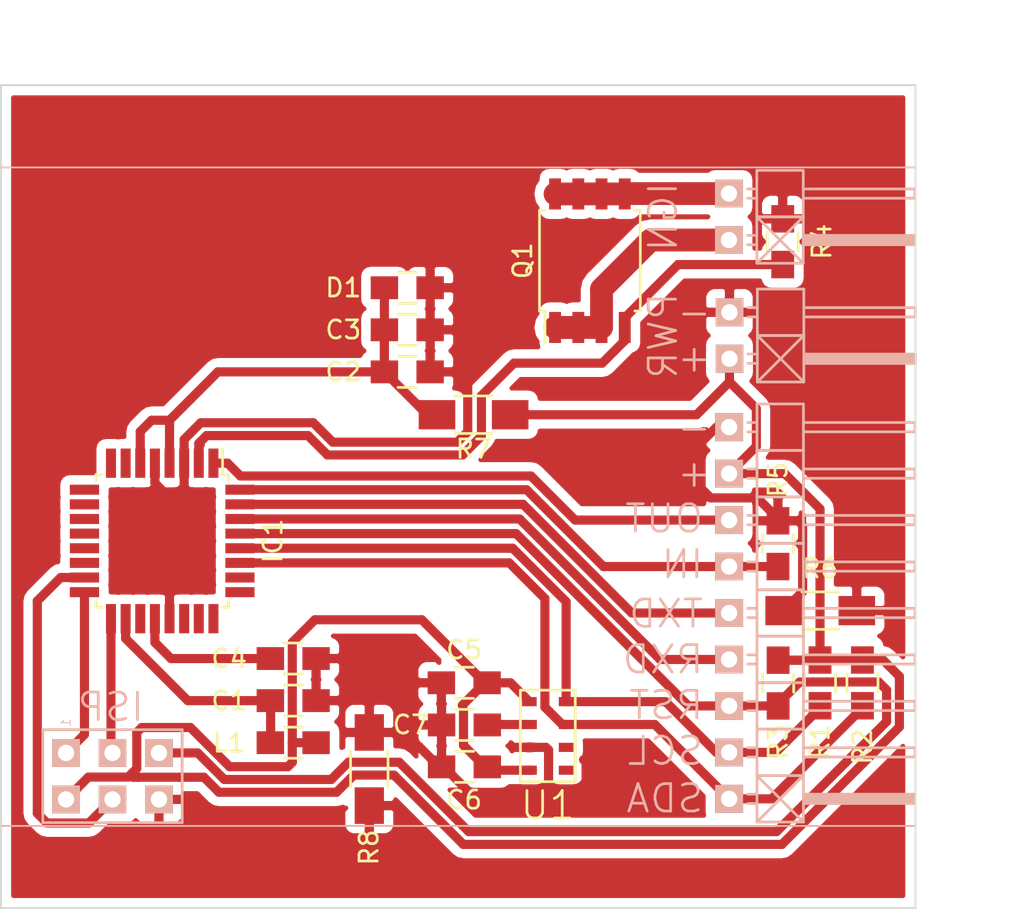
<source format=kicad_pcb>
(kicad_pcb (version 4) (host pcbnew "(2015-04-05 BZR 5577)-product")

  (general
    (links 67)
    (no_connects 5)
    (area 163.254805 86.3 225.9 136.050001)
    (thickness 1.6)
    (drawings 19)
    (tracks 224)
    (zones 0)
    (modules 24)
    (nets 19)
  )

  (page A4)
  (layers
    (0 F.Cu signal)
    (31 B.Cu signal)
    (32 B.Adhes user)
    (33 F.Adhes user)
    (34 B.Paste user)
    (35 F.Paste user)
    (36 B.SilkS user)
    (37 F.SilkS user)
    (38 B.Mask user)
    (39 F.Mask user)
    (40 Dwgs.User user)
    (41 Cmts.User user)
    (42 Eco1.User user)
    (43 Eco2.User user)
    (44 Edge.Cuts user)
    (45 Margin user)
    (46 B.CrtYd user)
    (47 F.CrtYd user)
    (48 B.Fab user)
    (49 F.Fab user)
  )

  (setup
    (last_trace_width 0.5)
    (user_trace_width 0.5)
    (user_trace_width 1.25)
    (trace_clearance 0.2)
    (zone_clearance 0.508)
    (zone_45_only no)
    (trace_min 0.2)
    (segment_width 0.1)
    (edge_width 0.1)
    (via_size 0.6)
    (via_drill 0.4)
    (via_min_size 0.4)
    (via_min_drill 0.3)
    (uvia_size 0.3)
    (uvia_drill 0.1)
    (uvias_allowed no)
    (uvia_min_size 0.2)
    (uvia_min_drill 0.1)
    (pcb_text_width 0.3)
    (pcb_text_size 1.5 1.5)
    (mod_edge_width 0.15)
    (mod_text_size 1 1)
    (mod_text_width 0.15)
    (pad_size 1.5 1.5)
    (pad_drill 0.6)
    (pad_to_mask_clearance 0)
    (aux_axis_origin 0 0)
    (visible_elements FFFFFF7F)
    (pcbplotparams
      (layerselection 0x01130_80000001)
      (usegerberextensions false)
      (excludeedgelayer true)
      (linewidth 0.100000)
      (plotframeref false)
      (viasonmask false)
      (mode 1)
      (useauxorigin false)
      (hpglpennumber 1)
      (hpglpenspeed 20)
      (hpglpendiameter 15)
      (hpglpenoverlay 2)
      (psnegative false)
      (psa4output false)
      (plotreference true)
      (plotvalue true)
      (plotinvisibletext false)
      (padsonsilk false)
      (subtractmaskfromsilk false)
      (outputformat 1)
      (mirror false)
      (drillshape 0)
      (scaleselection 1)
      (outputdirectory ../CAM_PROFI/))
  )

  (net 0 "")
  (net 1 VAA)
  (net 2 GND)
  (net 3 VDD)
  (net 4 "Net-(C4-Pad1)")
  (net 5 "Net-(C7-Pad1)")
  (net 6 /MOSI)
  (net 7 /MISO)
  (net 8 /SCK)
  (net 9 /SDA)
  (net 10 /SCL)
  (net 11 /RST)
  (net 12 /RXD)
  (net 13 /TXD)
  (net 14 "Net-(J2-Pad2)")
  (net 15 "Net-(J2-Pad1)")
  (net 16 /IGN)
  (net 17 /IN)
  (net 18 /OUT)

  (net_class Default "This is the default net class."
    (clearance 0.2)
    (trace_width 0.25)
    (via_dia 0.6)
    (via_drill 0.4)
    (uvia_dia 0.3)
    (uvia_drill 0.1)
    (add_net /IGN)
    (add_net /IN)
    (add_net /MISO)
    (add_net /MOSI)
    (add_net /OUT)
    (add_net /RST)
    (add_net /RXD)
    (add_net /SCK)
    (add_net /SCL)
    (add_net /SDA)
    (add_net /TXD)
    (add_net GND)
    (add_net "Net-(C4-Pad1)")
    (add_net "Net-(C7-Pad1)")
    (add_net "Net-(J2-Pad1)")
    (add_net "Net-(J2-Pad2)")
    (add_net VAA)
    (add_net VDD)
  )

  (module Housings_SOIC:SOIJ-8_5.3x5.3mm_Pitch1.27mm (layer F.Cu) (tedit 55BE32AC) (tstamp 55BE2CAB)
    (at 198.2 100.6 90)
    (descr "8-Lead Plastic Small Outline (SM) - Medium, 5.28 mm Body [SOIC] (see Microchip Packaging Specification 00000049BS.pdf)")
    (tags "SOIC 1.27")
    (path /55AA71B9)
    (attr smd)
    (fp_text reference Q1 (at 0 -3.68 90) (layer F.SilkS)
      (effects (font (size 1 1) (thickness 0.15)))
    )
    (fp_text value IRF7413ZPBF (at 0 3.68 90) (layer F.Fab) hide
      (effects (font (size 1 1) (thickness 0.15)))
    )
    (fp_line (start -4.75 -2.95) (end -4.75 2.95) (layer F.CrtYd) (width 0.05))
    (fp_line (start 4.75 -2.95) (end 4.75 2.95) (layer F.CrtYd) (width 0.05))
    (fp_line (start -4.75 -2.95) (end 4.75 -2.95) (layer F.CrtYd) (width 0.05))
    (fp_line (start -4.75 2.95) (end 4.75 2.95) (layer F.CrtYd) (width 0.05))
    (fp_line (start -2.75 -2.755) (end -2.75 -2.455) (layer F.SilkS) (width 0.15))
    (fp_line (start 2.75 -2.755) (end 2.75 -2.455) (layer F.SilkS) (width 0.15))
    (fp_line (start 2.75 2.755) (end 2.75 2.455) (layer F.SilkS) (width 0.15))
    (fp_line (start -2.75 2.755) (end -2.75 2.455) (layer F.SilkS) (width 0.15))
    (fp_line (start -2.75 -2.755) (end 2.75 -2.755) (layer F.SilkS) (width 0.15))
    (fp_line (start -2.75 2.755) (end 2.75 2.755) (layer F.SilkS) (width 0.15))
    (fp_line (start -2.75 -2.455) (end -4.5 -2.455) (layer F.SilkS) (width 0.15))
    (pad 1 smd rect (at -3.65 -1.905 90) (size 1.7 0.65) (layers F.Cu F.Paste F.Mask)
      (net 15 "Net-(J2-Pad1)"))
    (pad 2 smd rect (at -3.65 -0.635 90) (size 1.7 0.65) (layers F.Cu F.Paste F.Mask)
      (net 15 "Net-(J2-Pad1)"))
    (pad 3 smd rect (at -3.65 0.635 90) (size 1.7 0.65) (layers F.Cu F.Paste F.Mask)
      (net 15 "Net-(J2-Pad1)"))
    (pad 4 smd rect (at -3.65 1.905 90) (size 1.7 0.65) (layers F.Cu F.Paste F.Mask)
      (net 16 /IGN))
    (pad 5 smd rect (at 3.65 1.905 90) (size 1.7 0.65) (layers F.Cu F.Paste F.Mask)
      (net 14 "Net-(J2-Pad2)"))
    (pad 6 smd rect (at 3.65 0.635 90) (size 1.7 0.65) (layers F.Cu F.Paste F.Mask)
      (net 14 "Net-(J2-Pad2)"))
    (pad 7 smd rect (at 3.65 -0.635 90) (size 1.7 0.65) (layers F.Cu F.Paste F.Mask)
      (net 14 "Net-(J2-Pad2)"))
    (pad 8 smd rect (at 3.65 -1.905 90) (size 1.7 0.65) (layers F.Cu F.Paste F.Mask)
      (net 14 "Net-(J2-Pad2)"))
    (model Housings_SOIC.3dshapes/SOIJ-8_5.3x5.3mm_Pitch1.27mm.wrl
      (at (xyz 0 0 0))
      (scale (xyz 1 1 1))
      (rotate (xyz 0 0 0))
    )
  )

  (module Capacitors_SMD:C_0805_HandSoldering (layer F.Cu) (tedit 55BFFF8C) (tstamp 55BE2C25)
    (at 181.98 124.65)
    (descr "Capacitor SMD 0805, hand soldering")
    (tags "capacitor 0805")
    (path /55A6646B)
    (attr smd)
    (fp_text reference C1 (at -3.5 0.01) (layer F.SilkS)
      (effects (font (size 1 1) (thickness 0.15)))
    )
    (fp_text value 100nF (at 0 2.1) (layer F.Fab) hide
      (effects (font (size 1 1) (thickness 0.15)))
    )
    (fp_line (start -2.3 -1) (end 2.3 -1) (layer F.CrtYd) (width 0.05))
    (fp_line (start -2.3 1) (end 2.3 1) (layer F.CrtYd) (width 0.05))
    (fp_line (start -2.3 -1) (end -2.3 1) (layer F.CrtYd) (width 0.05))
    (fp_line (start 2.3 -1) (end 2.3 1) (layer F.CrtYd) (width 0.05))
    (fp_line (start 0.5 -0.85) (end -0.5 -0.85) (layer F.SilkS) (width 0.15))
    (fp_line (start -0.5 0.85) (end 0.5 0.85) (layer F.SilkS) (width 0.15))
    (pad 1 smd rect (at -1.25 0) (size 1.5 1.25) (layers F.Cu F.Paste F.Mask)
      (net 1 VAA))
    (pad 2 smd rect (at 1.25 0) (size 1.5 1.25) (layers F.Cu F.Paste F.Mask)
      (net 2 GND))
    (model Capacitors_SMD.3dshapes/C_0805_HandSoldering.wrl
      (at (xyz 0 0 0))
      (scale (xyz 1 1 1))
      (rotate (xyz 0 0 0))
    )
  )

  (module Capacitors_SMD:C_0805_HandSoldering (layer F.Cu) (tedit 55BE3AF4) (tstamp 55BE2C2B)
    (at 188.2157 106.6772)
    (descr "Capacitor SMD 0805, hand soldering")
    (tags "capacitor 0805")
    (path /55A4E7F7)
    (attr smd)
    (fp_text reference C2 (at -3.5 0) (layer F.SilkS)
      (effects (font (size 1 1) (thickness 0.15)))
    )
    (fp_text value 100nF (at 0 2.1) (layer F.Fab) hide
      (effects (font (size 1 1) (thickness 0.15)))
    )
    (fp_line (start -2.3 -1) (end 2.3 -1) (layer F.CrtYd) (width 0.05))
    (fp_line (start -2.3 1) (end 2.3 1) (layer F.CrtYd) (width 0.05))
    (fp_line (start -2.3 -1) (end -2.3 1) (layer F.CrtYd) (width 0.05))
    (fp_line (start 2.3 -1) (end 2.3 1) (layer F.CrtYd) (width 0.05))
    (fp_line (start 0.5 -0.85) (end -0.5 -0.85) (layer F.SilkS) (width 0.15))
    (fp_line (start -0.5 0.85) (end 0.5 0.85) (layer F.SilkS) (width 0.15))
    (pad 1 smd rect (at -1.25 0) (size 1.5 1.25) (layers F.Cu F.Paste F.Mask)
      (net 3 VDD))
    (pad 2 smd rect (at 1.25 0) (size 1.5 1.25) (layers F.Cu F.Paste F.Mask)
      (net 2 GND))
    (model Capacitors_SMD.3dshapes/C_0805_HandSoldering.wrl
      (at (xyz 0 0 0))
      (scale (xyz 1 1 1))
      (rotate (xyz 0 0 0))
    )
  )

  (module Capacitors_SMD:C_0805_HandSoldering (layer F.Cu) (tedit 55BE3B14) (tstamp 55BE2C31)
    (at 188.2157 104.3772)
    (descr "Capacitor SMD 0805, hand soldering")
    (tags "capacitor 0805")
    (path /55A4E898)
    (attr smd)
    (fp_text reference C3 (at -3.5 0) (layer F.SilkS)
      (effects (font (size 1 1) (thickness 0.15)))
    )
    (fp_text value 22uF/6.3V (at 0 2.1) (layer F.Fab) hide
      (effects (font (size 1 1) (thickness 0.15)))
    )
    (fp_line (start -2.3 -1) (end 2.3 -1) (layer F.CrtYd) (width 0.05))
    (fp_line (start -2.3 1) (end 2.3 1) (layer F.CrtYd) (width 0.05))
    (fp_line (start -2.3 -1) (end -2.3 1) (layer F.CrtYd) (width 0.05))
    (fp_line (start 2.3 -1) (end 2.3 1) (layer F.CrtYd) (width 0.05))
    (fp_line (start 0.5 -0.85) (end -0.5 -0.85) (layer F.SilkS) (width 0.15))
    (fp_line (start -0.5 0.85) (end 0.5 0.85) (layer F.SilkS) (width 0.15))
    (pad 1 smd rect (at -1.25 0) (size 1.5 1.25) (layers F.Cu F.Paste F.Mask)
      (net 3 VDD))
    (pad 2 smd rect (at 1.25 0) (size 1.5 1.25) (layers F.Cu F.Paste F.Mask)
      (net 2 GND))
    (model Capacitors_SMD.3dshapes/C_0805_HandSoldering.wrl
      (at (xyz 0 0 0))
      (scale (xyz 1 1 1))
      (rotate (xyz 0 0 0))
    )
  )

  (module Capacitors_SMD:C_0805_HandSoldering (layer F.Cu) (tedit 55BFFF80) (tstamp 55BE2C37)
    (at 181.98 122.35)
    (descr "Capacitor SMD 0805, hand soldering")
    (tags "capacitor 0805")
    (path /55A65EE4)
    (attr smd)
    (fp_text reference C4 (at -3.5 0.01) (layer F.SilkS)
      (effects (font (size 1 1) (thickness 0.15)))
    )
    (fp_text value 100nF (at 0 2.1) (layer F.Fab) hide
      (effects (font (size 1 1) (thickness 0.15)))
    )
    (fp_line (start -2.3 -1) (end 2.3 -1) (layer F.CrtYd) (width 0.05))
    (fp_line (start -2.3 1) (end 2.3 1) (layer F.CrtYd) (width 0.05))
    (fp_line (start -2.3 -1) (end -2.3 1) (layer F.CrtYd) (width 0.05))
    (fp_line (start 2.3 -1) (end 2.3 1) (layer F.CrtYd) (width 0.05))
    (fp_line (start 0.5 -0.85) (end -0.5 -0.85) (layer F.SilkS) (width 0.15))
    (fp_line (start -0.5 0.85) (end 0.5 0.85) (layer F.SilkS) (width 0.15))
    (pad 1 smd rect (at -1.25 0) (size 1.5 1.25) (layers F.Cu F.Paste F.Mask)
      (net 4 "Net-(C4-Pad1)"))
    (pad 2 smd rect (at 1.25 0) (size 1.5 1.25) (layers F.Cu F.Paste F.Mask)
      (net 2 GND))
    (model Capacitors_SMD.3dshapes/C_0805_HandSoldering.wrl
      (at (xyz 0 0 0))
      (scale (xyz 1 1 1))
      (rotate (xyz 0 0 0))
    )
  )

  (module Capacitors_SMD:C_0805_HandSoldering (layer F.Cu) (tedit 55BFFFD8) (tstamp 55BE2C3D)
    (at 191.33 123.675 180)
    (descr "Capacitor SMD 0805, hand soldering")
    (tags "capacitor 0805")
    (path /55A67B3E)
    (attr smd)
    (fp_text reference C5 (at 0.01 1.805 180) (layer F.SilkS)
      (effects (font (size 1 1) (thickness 0.15)))
    )
    (fp_text value 10uF (at 0 2.1 180) (layer F.Fab) hide
      (effects (font (size 1 1) (thickness 0.15)))
    )
    (fp_line (start -2.3 -1) (end 2.3 -1) (layer F.CrtYd) (width 0.05))
    (fp_line (start -2.3 1) (end 2.3 1) (layer F.CrtYd) (width 0.05))
    (fp_line (start -2.3 -1) (end -2.3 1) (layer F.CrtYd) (width 0.05))
    (fp_line (start 2.3 -1) (end 2.3 1) (layer F.CrtYd) (width 0.05))
    (fp_line (start 0.5 -0.85) (end -0.5 -0.85) (layer F.SilkS) (width 0.15))
    (fp_line (start -0.5 0.85) (end 0.5 0.85) (layer F.SilkS) (width 0.15))
    (pad 1 smd rect (at -1.25 0 180) (size 1.5 1.25) (layers F.Cu F.Paste F.Mask)
      (net 3 VDD))
    (pad 2 smd rect (at 1.25 0 180) (size 1.5 1.25) (layers F.Cu F.Paste F.Mask)
      (net 2 GND))
    (model Capacitors_SMD.3dshapes/C_0805_HandSoldering.wrl
      (at (xyz 0 0 0))
      (scale (xyz 1 1 1))
      (rotate (xyz 0 0 0))
    )
  )

  (module Capacitors_SMD:C_0805_HandSoldering (layer F.Cu) (tedit 55BFFFC5) (tstamp 55BE2C43)
    (at 191.34 128.27 180)
    (descr "Capacitor SMD 0805, hand soldering")
    (tags "capacitor 0805")
    (path /55A67AF1)
    (attr smd)
    (fp_text reference C6 (at 0.02 -1.81 180) (layer F.SilkS)
      (effects (font (size 1 1) (thickness 0.15)))
    )
    (fp_text value 100nF (at 0 2.1 180) (layer F.Fab) hide
      (effects (font (size 1 1) (thickness 0.15)))
    )
    (fp_line (start -2.3 -1) (end 2.3 -1) (layer F.CrtYd) (width 0.05))
    (fp_line (start -2.3 1) (end 2.3 1) (layer F.CrtYd) (width 0.05))
    (fp_line (start -2.3 -1) (end -2.3 1) (layer F.CrtYd) (width 0.05))
    (fp_line (start 2.3 -1) (end 2.3 1) (layer F.CrtYd) (width 0.05))
    (fp_line (start 0.5 -0.85) (end -0.5 -0.85) (layer F.SilkS) (width 0.15))
    (fp_line (start -0.5 0.85) (end 0.5 0.85) (layer F.SilkS) (width 0.15))
    (pad 1 smd rect (at -1.25 0 180) (size 1.5 1.25) (layers F.Cu F.Paste F.Mask)
      (net 3 VDD))
    (pad 2 smd rect (at 1.25 0 180) (size 1.5 1.25) (layers F.Cu F.Paste F.Mask)
      (net 2 GND))
    (model Capacitors_SMD.3dshapes/C_0805_HandSoldering.wrl
      (at (xyz 0 0 0))
      (scale (xyz 1 1 1))
      (rotate (xyz 0 0 0))
    )
  )

  (module Capacitors_SMD:C_0805_HandSoldering (layer F.Cu) (tedit 55BFFFFF) (tstamp 55BE2C49)
    (at 191.34 125.98 180)
    (descr "Capacitor SMD 0805, hand soldering")
    (tags "capacitor 0805")
    (path /55A6722A)
    (attr smd)
    (fp_text reference C7 (at 2.94 0.01 180) (layer F.SilkS)
      (effects (font (size 1 1) (thickness 0.15)))
    )
    (fp_text value 100nF (at 0 2.1 180) (layer F.Fab) hide
      (effects (font (size 1 1) (thickness 0.15)))
    )
    (fp_line (start -2.3 -1) (end 2.3 -1) (layer F.CrtYd) (width 0.05))
    (fp_line (start -2.3 1) (end 2.3 1) (layer F.CrtYd) (width 0.05))
    (fp_line (start -2.3 -1) (end -2.3 1) (layer F.CrtYd) (width 0.05))
    (fp_line (start 2.3 -1) (end 2.3 1) (layer F.CrtYd) (width 0.05))
    (fp_line (start 0.5 -0.85) (end -0.5 -0.85) (layer F.SilkS) (width 0.15))
    (fp_line (start -0.5 0.85) (end 0.5 0.85) (layer F.SilkS) (width 0.15))
    (pad 1 smd rect (at -1.25 0 180) (size 1.5 1.25) (layers F.Cu F.Paste F.Mask)
      (net 5 "Net-(C7-Pad1)"))
    (pad 2 smd rect (at 1.25 0 180) (size 1.5 1.25) (layers F.Cu F.Paste F.Mask)
      (net 2 GND))
    (model Capacitors_SMD.3dshapes/C_0805_HandSoldering.wrl
      (at (xyz 0 0 0))
      (scale (xyz 1 1 1))
      (rotate (xyz 0 0 0))
    )
  )

  (module Capacitors_SMD:C_0805_HandSoldering (layer F.Cu) (tedit 55BE3AE5) (tstamp 55BE2C4F)
    (at 188.2157 102.0772)
    (descr "Capacitor SMD 0805, hand soldering")
    (tags "capacitor 0805")
    (path /55A4E6B1)
    (attr smd)
    (fp_text reference D1 (at -3.5 0) (layer F.SilkS)
      (effects (font (size 1 1) (thickness 0.15)))
    )
    (fp_text value 1N4007 (at 0 2.1) (layer F.Fab) hide
      (effects (font (size 1 1) (thickness 0.15)))
    )
    (fp_line (start -2.3 -1) (end 2.3 -1) (layer F.CrtYd) (width 0.05))
    (fp_line (start -2.3 1) (end 2.3 1) (layer F.CrtYd) (width 0.05))
    (fp_line (start -2.3 -1) (end -2.3 1) (layer F.CrtYd) (width 0.05))
    (fp_line (start 2.3 -1) (end 2.3 1) (layer F.CrtYd) (width 0.05))
    (fp_line (start 0.5 -0.85) (end -0.5 -0.85) (layer F.SilkS) (width 0.15))
    (fp_line (start -0.5 0.85) (end 0.5 0.85) (layer F.SilkS) (width 0.15))
    (pad 1 smd rect (at -1.25 0) (size 1.5 1.25) (layers F.Cu F.Paste F.Mask)
      (net 3 VDD))
    (pad 2 smd rect (at 1.25 0) (size 1.5 1.25) (layers F.Cu F.Paste F.Mask)
      (net 2 GND))
    (model Capacitors_SMD.3dshapes/C_0805_HandSoldering.wrl
      (at (xyz 0 0 0))
      (scale (xyz 1 1 1))
      (rotate (xyz 0 0 0))
    )
  )

  (module Housings_QFP:TQFP-32_7x7mm_Pitch0.8mm (layer F.Cu) (tedit 55BE32D1) (tstamp 55BE2C73)
    (at 174.8179 115.9196 270)
    (descr "32-Lead Plastic Thin Quad Flatpack (PT) - 7x7x1.0 mm Body, 2.00 mm [TQFP] (see Microchip Packaging Specification 00000049BS.pdf)")
    (tags "QFP 0.8")
    (path /55B79480)
    (attr smd)
    (fp_text reference IC1 (at 0 -6.05 270) (layer F.SilkS)
      (effects (font (size 1 1) (thickness 0.15)))
    )
    (fp_text value ATMEGA328-A (at 0 6.05 270) (layer F.Fab) hide
      (effects (font (size 1 1) (thickness 0.15)))
    )
    (fp_line (start -5.3 -5.3) (end -5.3 5.3) (layer F.CrtYd) (width 0.05))
    (fp_line (start 5.3 -5.3) (end 5.3 5.3) (layer F.CrtYd) (width 0.05))
    (fp_line (start -5.3 -5.3) (end 5.3 -5.3) (layer F.CrtYd) (width 0.05))
    (fp_line (start -5.3 5.3) (end 5.3 5.3) (layer F.CrtYd) (width 0.05))
    (fp_line (start -3.625 -3.625) (end -3.625 -3.3) (layer F.SilkS) (width 0.15))
    (fp_line (start 3.625 -3.625) (end 3.625 -3.3) (layer F.SilkS) (width 0.15))
    (fp_line (start 3.625 3.625) (end 3.625 3.3) (layer F.SilkS) (width 0.15))
    (fp_line (start -3.625 3.625) (end -3.625 3.3) (layer F.SilkS) (width 0.15))
    (fp_line (start -3.625 -3.625) (end -3.3 -3.625) (layer F.SilkS) (width 0.15))
    (fp_line (start -3.625 3.625) (end -3.3 3.625) (layer F.SilkS) (width 0.15))
    (fp_line (start 3.625 3.625) (end 3.3 3.625) (layer F.SilkS) (width 0.15))
    (fp_line (start 3.625 -3.625) (end 3.3 -3.625) (layer F.SilkS) (width 0.15))
    (fp_line (start -3.625 -3.3) (end -5.05 -3.3) (layer F.SilkS) (width 0.15))
    (pad 1 smd rect (at -4.25 -2.8 270) (size 1.6 0.55) (layers F.Cu F.Paste F.Mask)
      (net 18 /OUT))
    (pad 2 smd rect (at -4.25 -2 270) (size 1.6 0.55) (layers F.Cu F.Paste F.Mask)
      (net 16 /IGN))
    (pad 3 smd rect (at -4.25 -1.2 270) (size 1.6 0.55) (layers F.Cu F.Paste F.Mask)
      (net 2 GND))
    (pad 4 smd rect (at -4.25 -0.4 270) (size 1.6 0.55) (layers F.Cu F.Paste F.Mask)
      (net 3 VDD))
    (pad 5 smd rect (at -4.25 0.4 270) (size 1.6 0.55) (layers F.Cu F.Paste F.Mask)
      (net 2 GND))
    (pad 6 smd rect (at -4.25 1.2 270) (size 1.6 0.55) (layers F.Cu F.Paste F.Mask)
      (net 3 VDD))
    (pad 7 smd rect (at -4.25 2 270) (size 1.6 0.55) (layers F.Cu F.Paste F.Mask))
    (pad 8 smd rect (at -4.25 2.8 270) (size 1.6 0.55) (layers F.Cu F.Paste F.Mask))
    (pad 9 smd rect (at -2.8 4.25) (size 1.6 0.55) (layers F.Cu F.Paste F.Mask))
    (pad 10 smd rect (at -2 4.25) (size 1.6 0.55) (layers F.Cu F.Paste F.Mask))
    (pad 11 smd rect (at -1.2 4.25) (size 1.6 0.55) (layers F.Cu F.Paste F.Mask))
    (pad 12 smd rect (at -0.4 4.25) (size 1.6 0.55) (layers F.Cu F.Paste F.Mask))
    (pad 13 smd rect (at 0.4 4.25) (size 1.6 0.55) (layers F.Cu F.Paste F.Mask))
    (pad 14 smd rect (at 1.2 4.25) (size 1.6 0.55) (layers F.Cu F.Paste F.Mask))
    (pad 15 smd rect (at 2 4.25) (size 1.6 0.55) (layers F.Cu F.Paste F.Mask)
      (net 6 /MOSI))
    (pad 16 smd rect (at 2.8 4.25) (size 1.6 0.55) (layers F.Cu F.Paste F.Mask)
      (net 7 /MISO))
    (pad 17 smd rect (at 4.25 2.8 270) (size 1.6 0.55) (layers F.Cu F.Paste F.Mask)
      (net 8 /SCK))
    (pad 18 smd rect (at 4.25 2 270) (size 1.6 0.55) (layers F.Cu F.Paste F.Mask)
      (net 1 VAA))
    (pad 19 smd rect (at 4.25 1.2 270) (size 1.6 0.55) (layers F.Cu F.Paste F.Mask))
    (pad 20 smd rect (at 4.25 0.4 270) (size 1.6 0.55) (layers F.Cu F.Paste F.Mask)
      (net 4 "Net-(C4-Pad1)"))
    (pad 21 smd rect (at 4.25 -0.4 270) (size 1.6 0.55) (layers F.Cu F.Paste F.Mask)
      (net 2 GND))
    (pad 22 smd rect (at 4.25 -1.2 270) (size 1.6 0.55) (layers F.Cu F.Paste F.Mask))
    (pad 23 smd rect (at 4.25 -2 270) (size 1.6 0.55) (layers F.Cu F.Paste F.Mask))
    (pad 24 smd rect (at 4.25 -2.8 270) (size 1.6 0.55) (layers F.Cu F.Paste F.Mask))
    (pad 25 smd rect (at 2.8 -4.25) (size 1.6 0.55) (layers F.Cu F.Paste F.Mask))
    (pad 26 smd rect (at 2 -4.25) (size 1.6 0.55) (layers F.Cu F.Paste F.Mask))
    (pad 27 smd rect (at 1.2 -4.25) (size 1.6 0.55) (layers F.Cu F.Paste F.Mask)
      (net 9 /SDA))
    (pad 28 smd rect (at 0.4 -4.25) (size 1.6 0.55) (layers F.Cu F.Paste F.Mask)
      (net 10 /SCL))
    (pad 29 smd rect (at -0.4 -4.25) (size 1.6 0.55) (layers F.Cu F.Paste F.Mask)
      (net 11 /RST))
    (pad 30 smd rect (at -1.2 -4.25) (size 1.6 0.55) (layers F.Cu F.Paste F.Mask)
      (net 12 /RXD))
    (pad 31 smd rect (at -2 -4.25) (size 1.6 0.55) (layers F.Cu F.Paste F.Mask)
      (net 13 /TXD))
    (pad 32 smd rect (at -2.8 -4.25) (size 1.6 0.55) (layers F.Cu F.Paste F.Mask)
      (net 17 /IN))
    (model Housings_QFP.3dshapes/TQFP-32_7x7mm_Pitch0.8mm.wrl
      (at (xyz 0 0 0))
      (scale (xyz 1 1 1))
      (rotate (xyz 0 0 0))
    )
  )

  (module Mlab_Pin_Headers:Angled_1x02 (layer B.Cu) (tedit 55C00377) (tstamp 55BE2C7F)
    (at 205.8 98.2)
    (descr "pin header angled 1x02")
    (tags "pin header angled 1x02")
    (path /55AA773F)
    (fp_text reference J2 (at 0 3.81) (layer B.SilkS) hide
      (effects (font (size 1.5 1.5) (thickness 0.15)) (justify mirror))
    )
    (fp_text value IGN (at -3.6 0 270) (layer B.SilkS)
      (effects (font (size 1.5 1.5) (thickness 0.15)) (justify mirror))
    )
    (fp_line (start 1.524 -1.524) (end 1.016 -1.524) (layer B.SilkS) (width 0.15))
    (fp_line (start 1.524 -1.016) (end 1.016 -1.016) (layer B.SilkS) (width 0.15))
    (fp_line (start 1.524 0) (end 4.064 0) (layer B.SilkS) (width 0.15))
    (fp_line (start 1.524 0) (end 1.524 -2.54) (layer B.SilkS) (width 0.15))
    (fp_line (start 1.524 -2.54) (end 4.064 -2.54) (layer B.SilkS) (width 0.15))
    (fp_line (start 4.064 -1.016) (end 10.16 -1.016) (layer B.SilkS) (width 0.15))
    (fp_line (start 10.16 -1.016) (end 10.16 -1.524) (layer B.SilkS) (width 0.15))
    (fp_line (start 10.16 -1.524) (end 4.064 -1.524) (layer B.SilkS) (width 0.15))
    (fp_line (start 4.064 -2.54) (end 4.064 0) (layer B.SilkS) (width 0.15))
    (fp_line (start 4.064 0) (end 1.524 2.54) (layer B.SilkS) (width 0.15))
    (fp_line (start 4.064 2.54) (end 1.524 0) (layer B.SilkS) (width 0.15))
    (fp_line (start 4.191 1.397) (end 10.033 1.397) (layer B.SilkS) (width 0.15))
    (fp_line (start 10.033 1.397) (end 10.033 1.143) (layer B.SilkS) (width 0.15))
    (fp_line (start 10.033 1.143) (end 4.191 1.143) (layer B.SilkS) (width 0.15))
    (fp_line (start 4.191 1.27) (end 10.033 1.27) (layer B.SilkS) (width 0.15))
    (fp_line (start 1.524 1.016) (end 1.016 1.016) (layer B.SilkS) (width 0.15))
    (fp_line (start 1.524 1.524) (end 1.016 1.524) (layer B.SilkS) (width 0.15))
    (fp_line (start 1.524 2.54) (end 4.064 2.54) (layer B.SilkS) (width 0.15))
    (fp_line (start 1.524 2.54) (end 1.524 0) (layer B.SilkS) (width 0.15))
    (fp_line (start 1.524 0) (end 4.064 0) (layer B.SilkS) (width 0.15))
    (fp_line (start 4.064 1.524) (end 10.16 1.524) (layer B.SilkS) (width 0.15))
    (fp_line (start 10.16 1.524) (end 10.16 1.016) (layer B.SilkS) (width 0.15))
    (fp_line (start 10.16 1.016) (end 4.064 1.016) (layer B.SilkS) (width 0.15))
    (fp_line (start 4.064 0) (end 4.064 2.54) (layer B.SilkS) (width 0.15))
    (pad 2 thru_hole rect (at 0 -1.27) (size 1.524 1.524) (drill 0.889) (layers *.Cu *.Mask B.SilkS)
      (net 14 "Net-(J2-Pad2)"))
    (pad 1 thru_hole rect (at 0 1.27) (size 1.524 1.524) (drill 0.889) (layers *.Cu *.Mask B.SilkS)
      (net 15 "Net-(J2-Pad1)"))
    (model Pin_Headers/Pin_Header_Angled_1x02.wrl
      (at (xyz 0 0 0))
      (scale (xyz 1 1 1))
      (rotate (xyz 0 0 90))
    )
  )

  (module Mlab_Pin_Headers:Straight_2x03 (layer B.Cu) (tedit 55C001C8) (tstamp 55BE2C99)
    (at 172.1 128.78 270)
    (descr "pin header straight 2x03")
    (tags "pin header straight 2x03")
    (path /55AA2ACD)
    (fp_text reference J5 (at 0 5.08 270) (layer B.SilkS) hide
      (effects (font (size 1.5 1.5) (thickness 0.15)) (justify mirror))
    )
    (fp_text value ISP (at -3.78 0.1 540) (layer B.SilkS)
      (effects (font (size 1.5 1.5) (thickness 0.15)) (justify mirror))
    )
    (fp_text user 1 (at -2.921 2.54 270) (layer B.SilkS)
      (effects (font (size 0.5 0.5) (thickness 0.05)) (justify mirror))
    )
    (fp_line (start -2.54 3.81) (end 2.54 3.81) (layer B.SilkS) (width 0.15))
    (fp_line (start 2.54 3.81) (end 2.54 -3.81) (layer B.SilkS) (width 0.15))
    (fp_line (start 2.54 -3.81) (end -2.54 -3.81) (layer B.SilkS) (width 0.15))
    (fp_line (start -2.54 -3.81) (end -2.54 3.81) (layer B.SilkS) (width 0.15))
    (pad 1 thru_hole rect (at -1.27 2.54 270) (size 1.524 1.524) (drill 0.889) (layers *.Cu *.Mask B.SilkS)
      (net 7 /MISO))
    (pad 2 thru_hole rect (at 1.27 2.54 270) (size 1.524 1.524) (drill 0.889) (layers *.Cu *.Mask B.SilkS)
      (net 3 VDD))
    (pad 3 thru_hole rect (at -1.27 0 270) (size 1.524 1.524) (drill 0.889) (layers *.Cu *.Mask B.SilkS)
      (net 8 /SCK))
    (pad 4 thru_hole rect (at 1.27 0 270) (size 1.524 1.524) (drill 0.889) (layers *.Cu *.Mask B.SilkS)
      (net 6 /MOSI))
    (pad 5 thru_hole rect (at -1.27 -2.54 270) (size 1.524 1.524) (drill 0.889) (layers *.Cu *.Mask B.SilkS)
      (net 11 /RST))
    (pad 6 thru_hole rect (at 1.27 -2.54 270) (size 1.524 1.524) (drill 0.889) (layers *.Cu *.Mask B.SilkS)
      (net 2 GND))
    (model Pin_Headers/Pin_Header_Straight_2x03.wrl
      (at (xyz 0 0 0))
      (scale (xyz 1 1 1))
      (rotate (xyz 0 0 90))
    )
  )

  (module Capacitors_SMD:C_0805_HandSoldering (layer F.Cu) (tedit 55BFFFA8) (tstamp 55BE2C9F)
    (at 181.98 126.95)
    (descr "Capacitor SMD 0805, hand soldering")
    (tags "capacitor 0805")
    (path /55A6641E)
    (attr smd)
    (fp_text reference L1 (at -3.51 0.01) (layer F.SilkS)
      (effects (font (size 1 1) (thickness 0.15)))
    )
    (fp_text value 10uH (at 0 2.1) (layer F.Fab) hide
      (effects (font (size 1 1) (thickness 0.15)))
    )
    (fp_line (start -2.3 -1) (end 2.3 -1) (layer F.CrtYd) (width 0.05))
    (fp_line (start -2.3 1) (end 2.3 1) (layer F.CrtYd) (width 0.05))
    (fp_line (start -2.3 -1) (end -2.3 1) (layer F.CrtYd) (width 0.05))
    (fp_line (start 2.3 -1) (end 2.3 1) (layer F.CrtYd) (width 0.05))
    (fp_line (start 0.5 -0.85) (end -0.5 -0.85) (layer F.SilkS) (width 0.15))
    (fp_line (start -0.5 0.85) (end 0.5 0.85) (layer F.SilkS) (width 0.15))
    (pad 1 smd rect (at -1.25 0) (size 1.5 1.25) (layers F.Cu F.Paste F.Mask)
      (net 1 VAA))
    (pad 2 smd rect (at 1.25 0) (size 1.5 1.25) (layers F.Cu F.Paste F.Mask)
      (net 3 VDD))
    (model Capacitors_SMD.3dshapes/C_0805_HandSoldering.wrl
      (at (xyz 0 0 0))
      (scale (xyz 1 1 1))
      (rotate (xyz 0 0 0))
    )
  )

  (module Capacitors_SMD:C_0805_HandSoldering (layer F.Cu) (tedit 55BF85E5) (tstamp 55BE2CB1)
    (at 210.78 123.68 270)
    (descr "Capacitor SMD 0805, hand soldering")
    (tags "capacitor 0805")
    (path /55A65608)
    (attr smd)
    (fp_text reference R1 (at 3.22 0 270) (layer F.SilkS)
      (effects (font (size 1 1) (thickness 0.15)))
    )
    (fp_text value 10k (at 0 2.1 270) (layer F.Fab) hide
      (effects (font (size 1 1) (thickness 0.15)))
    )
    (fp_line (start -2.3 -1) (end 2.3 -1) (layer F.CrtYd) (width 0.05))
    (fp_line (start -2.3 1) (end 2.3 1) (layer F.CrtYd) (width 0.05))
    (fp_line (start -2.3 -1) (end -2.3 1) (layer F.CrtYd) (width 0.05))
    (fp_line (start 2.3 -1) (end 2.3 1) (layer F.CrtYd) (width 0.05))
    (fp_line (start 0.5 -0.85) (end -0.5 -0.85) (layer F.SilkS) (width 0.15))
    (fp_line (start -0.5 0.85) (end 0.5 0.85) (layer F.SilkS) (width 0.15))
    (pad 1 smd rect (at -1.25 0 270) (size 1.5 1.25) (layers F.Cu F.Paste F.Mask)
      (net 3 VDD))
    (pad 2 smd rect (at 1.25 0 270) (size 1.5 1.25) (layers F.Cu F.Paste F.Mask)
      (net 10 /SCL))
    (model Capacitors_SMD.3dshapes/C_0805_HandSoldering.wrl
      (at (xyz 0 0 0))
      (scale (xyz 1 1 1))
      (rotate (xyz 0 0 0))
    )
  )

  (module Capacitors_SMD:C_0805_HandSoldering (layer F.Cu) (tedit 55BFD389) (tstamp 55BE2CB7)
    (at 213.1 123.68 270)
    (descr "Capacitor SMD 0805, hand soldering")
    (tags "capacitor 0805")
    (path /55A653FB)
    (attr smd)
    (fp_text reference R2 (at 3.49 0 270) (layer F.SilkS)
      (effects (font (size 1 1) (thickness 0.15)))
    )
    (fp_text value 10k (at 0 2.1 270) (layer F.Fab) hide
      (effects (font (size 1 1) (thickness 0.15)))
    )
    (fp_line (start -2.3 -1) (end 2.3 -1) (layer F.CrtYd) (width 0.05))
    (fp_line (start -2.3 1) (end 2.3 1) (layer F.CrtYd) (width 0.05))
    (fp_line (start -2.3 -1) (end -2.3 1) (layer F.CrtYd) (width 0.05))
    (fp_line (start 2.3 -1) (end 2.3 1) (layer F.CrtYd) (width 0.05))
    (fp_line (start 0.5 -0.85) (end -0.5 -0.85) (layer F.SilkS) (width 0.15))
    (fp_line (start -0.5 0.85) (end 0.5 0.85) (layer F.SilkS) (width 0.15))
    (pad 1 smd rect (at -1.25 0 270) (size 1.5 1.25) (layers F.Cu F.Paste F.Mask)
      (net 3 VDD))
    (pad 2 smd rect (at 1.25 0 270) (size 1.5 1.25) (layers F.Cu F.Paste F.Mask)
      (net 9 /SDA))
    (model Capacitors_SMD.3dshapes/C_0805_HandSoldering.wrl
      (at (xyz 0 0 0))
      (scale (xyz 1 1 1))
      (rotate (xyz 0 0 0))
    )
  )

  (module Capacitors_SMD:C_0805_HandSoldering (layer F.Cu) (tedit 55BF85DA) (tstamp 55BE2CBD)
    (at 208.49 123.69 270)
    (descr "Capacitor SMD 0805, hand soldering")
    (tags "capacitor 0805")
    (path /55A4F51C)
    (attr smd)
    (fp_text reference R3 (at 3.22 0 270) (layer F.SilkS)
      (effects (font (size 1 1) (thickness 0.15)))
    )
    (fp_text value 10k (at 0 2.1 270) (layer F.Fab) hide
      (effects (font (size 1 1) (thickness 0.15)))
    )
    (fp_line (start -2.3 -1) (end 2.3 -1) (layer F.CrtYd) (width 0.05))
    (fp_line (start -2.3 1) (end 2.3 1) (layer F.CrtYd) (width 0.05))
    (fp_line (start -2.3 -1) (end -2.3 1) (layer F.CrtYd) (width 0.05))
    (fp_line (start 2.3 -1) (end 2.3 1) (layer F.CrtYd) (width 0.05))
    (fp_line (start 0.5 -0.85) (end -0.5 -0.85) (layer F.SilkS) (width 0.15))
    (fp_line (start -0.5 0.85) (end 0.5 0.85) (layer F.SilkS) (width 0.15))
    (pad 1 smd rect (at -1.25 0 270) (size 1.5 1.25) (layers F.Cu F.Paste F.Mask)
      (net 3 VDD))
    (pad 2 smd rect (at 1.25 0 270) (size 1.5 1.25) (layers F.Cu F.Paste F.Mask)
      (net 11 /RST))
    (model Capacitors_SMD.3dshapes/C_0805_HandSoldering.wrl
      (at (xyz 0 0 0))
      (scale (xyz 1 1 1))
      (rotate (xyz 0 0 0))
    )
  )

  (module Capacitors_SMD:C_0805_HandSoldering (layer F.Cu) (tedit 55BFFF45) (tstamp 55BE2CC9)
    (at 208.48 116.07 90)
    (descr "Capacitor SMD 0805, hand soldering")
    (tags "capacitor 0805")
    (path /55BB71BD)
    (attr smd)
    (fp_text reference R5 (at 3.5 0 90) (layer F.SilkS)
      (effects (font (size 1 1) (thickness 0.15)))
    )
    (fp_text value 10k (at 0 2.1 90) (layer F.Fab) hide
      (effects (font (size 1 1) (thickness 0.15)))
    )
    (fp_line (start -2.3 -1) (end 2.3 -1) (layer F.CrtYd) (width 0.05))
    (fp_line (start -2.3 1) (end 2.3 1) (layer F.CrtYd) (width 0.05))
    (fp_line (start -2.3 -1) (end -2.3 1) (layer F.CrtYd) (width 0.05))
    (fp_line (start 2.3 -1) (end 2.3 1) (layer F.CrtYd) (width 0.05))
    (fp_line (start 0.5 -0.85) (end -0.5 -0.85) (layer F.SilkS) (width 0.15))
    (fp_line (start -0.5 0.85) (end 0.5 0.85) (layer F.SilkS) (width 0.15))
    (pad 1 smd rect (at -1.25 0 90) (size 1.5 1.25) (layers F.Cu F.Paste F.Mask)
      (net 17 /IN))
    (pad 2 smd rect (at 1.25 0 90) (size 1.5 1.25) (layers F.Cu F.Paste F.Mask)
      (net 2 GND))
    (model Capacitors_SMD.3dshapes/C_0805_HandSoldering.wrl
      (at (xyz 0 0 0))
      (scale (xyz 1 1 1))
      (rotate (xyz 0 0 0))
    )
  )

  (module SMD_fork:LGA-MPL3115A (layer F.Cu) (tedit 55BE3315) (tstamp 55BE2CD5)
    (at 195.9 126.58)
    (path /55A507F8)
    (fp_text reference U1 (at 0 3.8) (layer F.SilkS)
      (effects (font (size 1.5 1.5) (thickness 0.15)))
    )
    (fp_text value MPL3115A2 (at 0 -3.8) (layer F.Fab) hide
      (effects (font (size 1.5 1.5) (thickness 0.15)))
    )
    (fp_line (start 1.5 -2.5) (end 1.5 2.5) (layer F.SilkS) (width 0.15))
    (fp_line (start 1.5 2.5) (end -1.5 2.5) (layer F.SilkS) (width 0.15))
    (fp_line (start -1.5 2.5) (end -1.5 -2.5) (layer F.SilkS) (width 0.15))
    (fp_line (start -1.5 -2.5) (end 1.5 -2.5) (layer F.SilkS) (width 0.15))
    (pad 8 smd rect (at 1 -1.875) (size 0.8 0.5) (layers F.Cu F.Paste F.Mask)
      (net 10 /SCL))
    (pad 7 smd rect (at 1 -0.625) (size 0.8 0.5) (layers F.Cu F.Paste F.Mask)
      (net 9 /SDA))
    (pad 6 smd rect (at 1 0.625) (size 0.8 0.5) (layers F.Cu F.Paste F.Mask))
    (pad 5 smd rect (at 1 1.875) (size 0.8 0.5) (layers F.Cu F.Paste F.Mask))
    (pad 4 smd rect (at -1 1.875) (size 0.8 0.5) (layers F.Cu F.Paste F.Mask)
      (net 3 VDD))
    (pad 3 smd rect (at -1 0.625) (size 0.8 0.5) (layers F.Cu F.Paste F.Mask)
      (net 2 GND))
    (pad 2 smd rect (at -1 -0.625) (size 0.8 0.5) (layers F.Cu F.Paste F.Mask)
      (net 5 "Net-(C7-Pad1)"))
    (pad 1 smd rect (at -1.01 -1.875) (size 0.8 0.5) (layers F.Cu F.Paste F.Mask)
      (net 3 VDD))
  )

  (module Capacitors_SMD:C_0805_HandSoldering (layer F.Cu) (tedit 55BF81E0) (tstamp 55BF7D16)
    (at 208.74 99.56 90)
    (descr "Capacitor SMD 0805, hand soldering")
    (tags "capacitor 0805")
    (path /55BB713F)
    (attr smd)
    (fp_text reference R4 (at 0 2.14 90) (layer F.SilkS)
      (effects (font (size 1 1) (thickness 0.15)))
    )
    (fp_text value 10k (at 0 2.1 90) (layer F.Fab) hide
      (effects (font (size 1 1) (thickness 0.15)))
    )
    (fp_line (start -2.3 -1) (end 2.3 -1) (layer F.CrtYd) (width 0.05))
    (fp_line (start -2.3 1) (end 2.3 1) (layer F.CrtYd) (width 0.05))
    (fp_line (start -2.3 -1) (end -2.3 1) (layer F.CrtYd) (width 0.05))
    (fp_line (start 2.3 -1) (end 2.3 1) (layer F.CrtYd) (width 0.05))
    (fp_line (start 0.5 -0.85) (end -0.5 -0.85) (layer F.SilkS) (width 0.15))
    (fp_line (start -0.5 0.85) (end 0.5 0.85) (layer F.SilkS) (width 0.15))
    (pad 1 smd rect (at -1.25 0 90) (size 1.5 1.25) (layers F.Cu F.Paste F.Mask)
      (net 16 /IGN))
    (pad 2 smd rect (at 1.25 0 90) (size 1.5 1.25) (layers F.Cu F.Paste F.Mask)
      (net 2 GND))
    (model Capacitors_SMD.3dshapes/C_0805_HandSoldering.wrl
      (at (xyz 0 0 0))
      (scale (xyz 1 1 1))
      (rotate (xyz 0 0 0))
    )
  )

  (module Capacitors_SMD:C_1206_HandSoldering (layer F.Cu) (tedit 55BF8587) (tstamp 55BF8823)
    (at 210.79 119.73)
    (descr "Capacitor SMD 1206, hand soldering")
    (tags "capacitor 1206")
    (path /55BF87D4)
    (attr smd)
    (fp_text reference R6 (at 0 -2.3) (layer F.SilkS)
      (effects (font (size 1 1) (thickness 0.15)))
    )
    (fp_text value 0 (at 0 2.3) (layer F.Fab) hide
      (effects (font (size 1 1) (thickness 0.15)))
    )
    (fp_line (start -3.3 -1.15) (end 3.3 -1.15) (layer F.CrtYd) (width 0.05))
    (fp_line (start -3.3 1.15) (end 3.3 1.15) (layer F.CrtYd) (width 0.05))
    (fp_line (start -3.3 -1.15) (end -3.3 1.15) (layer F.CrtYd) (width 0.05))
    (fp_line (start 3.3 -1.15) (end 3.3 1.15) (layer F.CrtYd) (width 0.05))
    (fp_line (start 1 -1.025) (end -1 -1.025) (layer F.SilkS) (width 0.15))
    (fp_line (start -1 1.025) (end 1 1.025) (layer F.SilkS) (width 0.15))
    (pad 1 smd rect (at -2 0) (size 2 1.6) (layers F.Cu F.Paste F.Mask)
      (net 2 GND))
    (pad 2 smd rect (at 2 0) (size 2 1.6) (layers F.Cu F.Paste F.Mask)
      (net 2 GND))
    (model Capacitors_SMD.3dshapes/C_1206_HandSoldering.wrl
      (at (xyz 0 0 0))
      (scale (xyz 1 1 1))
      (rotate (xyz 0 0 0))
    )
  )

  (module Capacitors_SMD:C_1206_HandSoldering (layer F.Cu) (tedit 55C0002A) (tstamp 55BFC3A4)
    (at 191.84 109.02)
    (descr "Capacitor SMD 1206, hand soldering")
    (tags "capacitor 1206")
    (path /55BFC4D6)
    (attr smd)
    (fp_text reference R7 (at 0 1.87) (layer F.SilkS)
      (effects (font (size 1 1) (thickness 0.15)))
    )
    (fp_text value 0 (at 0 2.3) (layer F.Fab) hide
      (effects (font (size 1 1) (thickness 0.15)))
    )
    (fp_line (start -3.3 -1.15) (end 3.3 -1.15) (layer F.CrtYd) (width 0.05))
    (fp_line (start -3.3 1.15) (end 3.3 1.15) (layer F.CrtYd) (width 0.05))
    (fp_line (start -3.3 -1.15) (end -3.3 1.15) (layer F.CrtYd) (width 0.05))
    (fp_line (start 3.3 -1.15) (end 3.3 1.15) (layer F.CrtYd) (width 0.05))
    (fp_line (start 1 -1.025) (end -1 -1.025) (layer F.SilkS) (width 0.15))
    (fp_line (start -1 1.025) (end 1 1.025) (layer F.SilkS) (width 0.15))
    (pad 1 smd rect (at -2 0) (size 2 1.6) (layers F.Cu F.Paste F.Mask)
      (net 3 VDD))
    (pad 2 smd rect (at 2 0) (size 2 1.6) (layers F.Cu F.Paste F.Mask)
      (net 3 VDD))
    (model Capacitors_SMD.3dshapes/C_1206_HandSoldering.wrl
      (at (xyz 0 0 0))
      (scale (xyz 1 1 1))
      (rotate (xyz 0 0 0))
    )
  )

  (module Mlab_Pin_Headers:Angled_1x09 (layer B.Cu) (tedit 55BFD2DE) (tstamp 55BFD3B4)
    (at 205.81 119.86)
    (descr "pin header angled 1x09")
    (tags "pin header angled 1x09")
    (path /55BFE40D)
    (fp_text reference J3 (at 0 12.7) (layer B.SilkS) hide
      (effects (font (size 1.5 1.5) (thickness 0.15)) (justify mirror))
    )
    (fp_text value HEADER_1x09 (at 0 -12.7) (layer B.SilkS) hide
      (effects (font (size 1.5 1.5) (thickness 0.15)) (justify mirror))
    )
    (fp_line (start 1.524 -10.414) (end 1.016 -10.414) (layer B.SilkS) (width 0.15))
    (fp_line (start 1.524 -9.906) (end 1.016 -9.906) (layer B.SilkS) (width 0.15))
    (fp_line (start 1.524 -8.89) (end 4.064 -8.89) (layer B.SilkS) (width 0.15))
    (fp_line (start 1.524 -8.89) (end 1.524 -11.43) (layer B.SilkS) (width 0.15))
    (fp_line (start 1.524 -11.43) (end 4.064 -11.43) (layer B.SilkS) (width 0.15))
    (fp_line (start 4.064 -9.906) (end 10.16 -9.906) (layer B.SilkS) (width 0.15))
    (fp_line (start 10.16 -9.906) (end 10.16 -10.414) (layer B.SilkS) (width 0.15))
    (fp_line (start 10.16 -10.414) (end 4.064 -10.414) (layer B.SilkS) (width 0.15))
    (fp_line (start 4.064 -11.43) (end 4.064 -8.89) (layer B.SilkS) (width 0.15))
    (fp_line (start 1.524 -7.874) (end 1.016 -7.874) (layer B.SilkS) (width 0.15))
    (fp_line (start 1.524 -7.366) (end 1.016 -7.366) (layer B.SilkS) (width 0.15))
    (fp_line (start 1.524 -6.35) (end 4.064 -6.35) (layer B.SilkS) (width 0.15))
    (fp_line (start 1.524 -6.35) (end 1.524 -8.89) (layer B.SilkS) (width 0.15))
    (fp_line (start 1.524 -8.89) (end 4.064 -8.89) (layer B.SilkS) (width 0.15))
    (fp_line (start 4.064 -7.366) (end 10.16 -7.366) (layer B.SilkS) (width 0.15))
    (fp_line (start 10.16 -7.366) (end 10.16 -7.874) (layer B.SilkS) (width 0.15))
    (fp_line (start 10.16 -7.874) (end 4.064 -7.874) (layer B.SilkS) (width 0.15))
    (fp_line (start 4.064 -8.89) (end 4.064 -6.35) (layer B.SilkS) (width 0.15))
    (fp_line (start 1.524 -5.334) (end 1.016 -5.334) (layer B.SilkS) (width 0.15))
    (fp_line (start 1.524 -4.826) (end 1.016 -4.826) (layer B.SilkS) (width 0.15))
    (fp_line (start 1.524 -3.81) (end 4.064 -3.81) (layer B.SilkS) (width 0.15))
    (fp_line (start 1.524 -3.81) (end 1.524 -6.35) (layer B.SilkS) (width 0.15))
    (fp_line (start 1.524 -6.35) (end 4.064 -6.35) (layer B.SilkS) (width 0.15))
    (fp_line (start 4.064 -4.826) (end 10.16 -4.826) (layer B.SilkS) (width 0.15))
    (fp_line (start 10.16 -4.826) (end 10.16 -5.334) (layer B.SilkS) (width 0.15))
    (fp_line (start 10.16 -5.334) (end 4.064 -5.334) (layer B.SilkS) (width 0.15))
    (fp_line (start 4.064 -6.35) (end 4.064 -3.81) (layer B.SilkS) (width 0.15))
    (fp_line (start 1.524 -2.794) (end 1.016 -2.794) (layer B.SilkS) (width 0.15))
    (fp_line (start 1.524 -2.286) (end 1.016 -2.286) (layer B.SilkS) (width 0.15))
    (fp_line (start 1.524 -1.27) (end 4.064 -1.27) (layer B.SilkS) (width 0.15))
    (fp_line (start 1.524 -1.27) (end 1.524 -3.81) (layer B.SilkS) (width 0.15))
    (fp_line (start 1.524 -3.81) (end 4.064 -3.81) (layer B.SilkS) (width 0.15))
    (fp_line (start 4.064 -2.286) (end 10.16 -2.286) (layer B.SilkS) (width 0.15))
    (fp_line (start 10.16 -2.286) (end 10.16 -2.794) (layer B.SilkS) (width 0.15))
    (fp_line (start 10.16 -2.794) (end 4.064 -2.794) (layer B.SilkS) (width 0.15))
    (fp_line (start 4.064 -3.81) (end 4.064 -1.27) (layer B.SilkS) (width 0.15))
    (fp_line (start 1.524 -0.254) (end 1.016 -0.254) (layer B.SilkS) (width 0.15))
    (fp_line (start 1.524 0.254) (end 1.016 0.254) (layer B.SilkS) (width 0.15))
    (fp_line (start 1.524 1.27) (end 4.064 1.27) (layer B.SilkS) (width 0.15))
    (fp_line (start 1.524 1.27) (end 1.524 -1.27) (layer B.SilkS) (width 0.15))
    (fp_line (start 1.524 -1.27) (end 4.064 -1.27) (layer B.SilkS) (width 0.15))
    (fp_line (start 4.064 0.254) (end 10.16 0.254) (layer B.SilkS) (width 0.15))
    (fp_line (start 10.16 0.254) (end 10.16 -0.254) (layer B.SilkS) (width 0.15))
    (fp_line (start 10.16 -0.254) (end 4.064 -0.254) (layer B.SilkS) (width 0.15))
    (fp_line (start 4.064 -1.27) (end 4.064 1.27) (layer B.SilkS) (width 0.15))
    (fp_line (start 1.524 2.286) (end 1.016 2.286) (layer B.SilkS) (width 0.15))
    (fp_line (start 1.524 2.794) (end 1.016 2.794) (layer B.SilkS) (width 0.15))
    (fp_line (start 1.524 3.81) (end 4.064 3.81) (layer B.SilkS) (width 0.15))
    (fp_line (start 1.524 3.81) (end 1.524 1.27) (layer B.SilkS) (width 0.15))
    (fp_line (start 1.524 1.27) (end 4.064 1.27) (layer B.SilkS) (width 0.15))
    (fp_line (start 4.064 2.794) (end 10.16 2.794) (layer B.SilkS) (width 0.15))
    (fp_line (start 10.16 2.794) (end 10.16 2.286) (layer B.SilkS) (width 0.15))
    (fp_line (start 10.16 2.286) (end 4.064 2.286) (layer B.SilkS) (width 0.15))
    (fp_line (start 4.064 1.27) (end 4.064 3.81) (layer B.SilkS) (width 0.15))
    (fp_line (start 1.524 4.826) (end 1.016 4.826) (layer B.SilkS) (width 0.15))
    (fp_line (start 1.524 5.334) (end 1.016 5.334) (layer B.SilkS) (width 0.15))
    (fp_line (start 1.524 6.35) (end 4.064 6.35) (layer B.SilkS) (width 0.15))
    (fp_line (start 1.524 6.35) (end 1.524 3.81) (layer B.SilkS) (width 0.15))
    (fp_line (start 1.524 3.81) (end 4.064 3.81) (layer B.SilkS) (width 0.15))
    (fp_line (start 4.064 5.334) (end 10.16 5.334) (layer B.SilkS) (width 0.15))
    (fp_line (start 10.16 5.334) (end 10.16 4.826) (layer B.SilkS) (width 0.15))
    (fp_line (start 10.16 4.826) (end 4.064 4.826) (layer B.SilkS) (width 0.15))
    (fp_line (start 4.064 3.81) (end 4.064 6.35) (layer B.SilkS) (width 0.15))
    (fp_line (start 1.524 7.366) (end 1.016 7.366) (layer B.SilkS) (width 0.15))
    (fp_line (start 1.524 7.874) (end 1.016 7.874) (layer B.SilkS) (width 0.15))
    (fp_line (start 1.524 8.89) (end 4.064 8.89) (layer B.SilkS) (width 0.15))
    (fp_line (start 1.524 8.89) (end 1.524 6.35) (layer B.SilkS) (width 0.15))
    (fp_line (start 1.524 6.35) (end 4.064 6.35) (layer B.SilkS) (width 0.15))
    (fp_line (start 4.064 7.874) (end 10.16 7.874) (layer B.SilkS) (width 0.15))
    (fp_line (start 10.16 7.874) (end 10.16 7.366) (layer B.SilkS) (width 0.15))
    (fp_line (start 10.16 7.366) (end 4.064 7.366) (layer B.SilkS) (width 0.15))
    (fp_line (start 4.064 6.35) (end 4.064 8.89) (layer B.SilkS) (width 0.15))
    (fp_line (start 4.064 8.89) (end 1.524 11.43) (layer B.SilkS) (width 0.15))
    (fp_line (start 4.064 11.43) (end 1.524 8.89) (layer B.SilkS) (width 0.15))
    (fp_line (start 4.191 10.287) (end 10.033 10.287) (layer B.SilkS) (width 0.15))
    (fp_line (start 10.033 10.287) (end 10.033 10.033) (layer B.SilkS) (width 0.15))
    (fp_line (start 10.033 10.033) (end 4.191 10.033) (layer B.SilkS) (width 0.15))
    (fp_line (start 4.191 10.16) (end 10.033 10.16) (layer B.SilkS) (width 0.15))
    (fp_line (start 1.524 9.906) (end 1.016 9.906) (layer B.SilkS) (width 0.15))
    (fp_line (start 1.524 10.414) (end 1.016 10.414) (layer B.SilkS) (width 0.15))
    (fp_line (start 1.524 11.43) (end 4.064 11.43) (layer B.SilkS) (width 0.15))
    (fp_line (start 1.524 11.43) (end 1.524 8.89) (layer B.SilkS) (width 0.15))
    (fp_line (start 1.524 8.89) (end 4.064 8.89) (layer B.SilkS) (width 0.15))
    (fp_line (start 4.064 10.414) (end 10.16 10.414) (layer B.SilkS) (width 0.15))
    (fp_line (start 10.16 10.414) (end 10.16 9.906) (layer B.SilkS) (width 0.15))
    (fp_line (start 10.16 9.906) (end 4.064 9.906) (layer B.SilkS) (width 0.15))
    (fp_line (start 4.064 8.89) (end 4.064 11.43) (layer B.SilkS) (width 0.15))
    (pad 9 thru_hole rect (at 0 -10.16) (size 1.524 1.524) (drill 0.889) (layers *.Cu *.Mask B.SilkS)
      (net 2 GND))
    (pad 8 thru_hole rect (at 0 -7.62) (size 1.524 1.524) (drill 0.889) (layers *.Cu *.Mask B.SilkS)
      (net 3 VDD))
    (pad 7 thru_hole rect (at 0 -5.08) (size 1.524 1.524) (drill 0.889) (layers *.Cu *.Mask B.SilkS)
      (net 18 /OUT))
    (pad 6 thru_hole rect (at 0 -2.54) (size 1.524 1.524) (drill 0.889) (layers *.Cu *.Mask B.SilkS)
      (net 17 /IN))
    (pad 5 thru_hole rect (at 0 0) (size 1.524 1.524) (drill 0.889) (layers *.Cu *.Mask B.SilkS)
      (net 13 /TXD))
    (pad 4 thru_hole rect (at 0 2.54) (size 1.524 1.524) (drill 0.889) (layers *.Cu *.Mask B.SilkS)
      (net 12 /RXD))
    (pad 3 thru_hole rect (at 0 5.08) (size 1.524 1.524) (drill 0.889) (layers *.Cu *.Mask B.SilkS)
      (net 11 /RST))
    (pad 2 thru_hole rect (at 0 7.62) (size 1.524 1.524) (drill 0.889) (layers *.Cu *.Mask B.SilkS)
      (net 10 /SCL))
    (pad 1 thru_hole rect (at 0 10.16) (size 1.524 1.524) (drill 0.889) (layers *.Cu *.Mask B.SilkS)
      (net 9 /SDA))
    (model Pin_Headers/Pin_Header_Angled_1x09.wrl
      (at (xyz 0 0 0))
      (scale (xyz 1 1 1))
      (rotate (xyz 0 0 90))
    )
  )

  (module Mlab_Pin_Headers:Angled_1x02 (layer B.Cu) (tedit 55C00247) (tstamp 55BFDF0E)
    (at 205.83 104.69)
    (descr "pin header angled 1x02")
    (tags "pin header angled 1x02")
    (path /55B7F70B)
    (fp_text reference J1 (at 0 3.81) (layer B.SilkS) hide
      (effects (font (size 1.5 1.5) (thickness 0.15)) (justify mirror))
    )
    (fp_text value PWR (at -3.63 0.01 90) (layer B.SilkS)
      (effects (font (size 1.5 1.5) (thickness 0.15)) (justify mirror))
    )
    (fp_line (start 1.524 -1.524) (end 1.016 -1.524) (layer B.SilkS) (width 0.15))
    (fp_line (start 1.524 -1.016) (end 1.016 -1.016) (layer B.SilkS) (width 0.15))
    (fp_line (start 1.524 0) (end 4.064 0) (layer B.SilkS) (width 0.15))
    (fp_line (start 1.524 0) (end 1.524 -2.54) (layer B.SilkS) (width 0.15))
    (fp_line (start 1.524 -2.54) (end 4.064 -2.54) (layer B.SilkS) (width 0.15))
    (fp_line (start 4.064 -1.016) (end 10.16 -1.016) (layer B.SilkS) (width 0.15))
    (fp_line (start 10.16 -1.016) (end 10.16 -1.524) (layer B.SilkS) (width 0.15))
    (fp_line (start 10.16 -1.524) (end 4.064 -1.524) (layer B.SilkS) (width 0.15))
    (fp_line (start 4.064 -2.54) (end 4.064 0) (layer B.SilkS) (width 0.15))
    (fp_line (start 4.064 0) (end 1.524 2.54) (layer B.SilkS) (width 0.15))
    (fp_line (start 4.064 2.54) (end 1.524 0) (layer B.SilkS) (width 0.15))
    (fp_line (start 4.191 1.397) (end 10.033 1.397) (layer B.SilkS) (width 0.15))
    (fp_line (start 10.033 1.397) (end 10.033 1.143) (layer B.SilkS) (width 0.15))
    (fp_line (start 10.033 1.143) (end 4.191 1.143) (layer B.SilkS) (width 0.15))
    (fp_line (start 4.191 1.27) (end 10.033 1.27) (layer B.SilkS) (width 0.15))
    (fp_line (start 1.524 1.016) (end 1.016 1.016) (layer B.SilkS) (width 0.15))
    (fp_line (start 1.524 1.524) (end 1.016 1.524) (layer B.SilkS) (width 0.15))
    (fp_line (start 1.524 2.54) (end 4.064 2.54) (layer B.SilkS) (width 0.15))
    (fp_line (start 1.524 2.54) (end 1.524 0) (layer B.SilkS) (width 0.15))
    (fp_line (start 1.524 0) (end 4.064 0) (layer B.SilkS) (width 0.15))
    (fp_line (start 4.064 1.524) (end 10.16 1.524) (layer B.SilkS) (width 0.15))
    (fp_line (start 10.16 1.524) (end 10.16 1.016) (layer B.SilkS) (width 0.15))
    (fp_line (start 10.16 1.016) (end 4.064 1.016) (layer B.SilkS) (width 0.15))
    (fp_line (start 4.064 0) (end 4.064 2.54) (layer B.SilkS) (width 0.15))
    (pad 2 thru_hole rect (at 0 -1.27) (size 1.524 1.524) (drill 0.889) (layers *.Cu *.Mask B.SilkS)
      (net 2 GND))
    (pad 1 thru_hole rect (at 0 1.27) (size 1.524 1.524) (drill 0.889) (layers *.Cu *.Mask B.SilkS)
      (net 3 VDD))
    (model Pin_Headers/Pin_Header_Angled_1x02.wrl
      (at (xyz 0 0 0))
      (scale (xyz 1 1 1))
      (rotate (xyz 0 0 90))
    )
  )

  (module Capacitors_SMD:C_1206_HandSoldering (layer F.Cu) (tedit 55BFFF69) (tstamp 55BFED80)
    (at 186.14 128.39 270)
    (descr "Capacitor SMD 1206, hand soldering")
    (tags "capacitor 1206")
    (path /55BFF9BA)
    (attr smd)
    (fp_text reference R8 (at 4.29 0.02 270) (layer F.SilkS)
      (effects (font (size 1 1) (thickness 0.15)))
    )
    (fp_text value 0 (at 0 2.3 270) (layer F.Fab) hide
      (effects (font (size 1 1) (thickness 0.15)))
    )
    (fp_line (start -3.3 -1.15) (end 3.3 -1.15) (layer F.CrtYd) (width 0.05))
    (fp_line (start -3.3 1.15) (end 3.3 1.15) (layer F.CrtYd) (width 0.05))
    (fp_line (start -3.3 -1.15) (end -3.3 1.15) (layer F.CrtYd) (width 0.05))
    (fp_line (start 3.3 -1.15) (end 3.3 1.15) (layer F.CrtYd) (width 0.05))
    (fp_line (start 1 -1.025) (end -1 -1.025) (layer F.SilkS) (width 0.15))
    (fp_line (start -1 1.025) (end 1 1.025) (layer F.SilkS) (width 0.15))
    (pad 1 smd rect (at -2 0 270) (size 2 1.6) (layers F.Cu F.Paste F.Mask)
      (net 2 GND))
    (pad 2 smd rect (at 2 0 270) (size 2 1.6) (layers F.Cu F.Paste F.Mask)
      (net 2 GND))
    (model Capacitors_SMD.3dshapes/C_1206_HandSoldering.wrl
      (at (xyz 0 0 0))
      (scale (xyz 1 1 1))
      (rotate (xyz 0 0 0))
    )
  )

  (gr_text SDA (at 204.5 130) (layer B.SilkS)
    (effects (font (size 1.5 1.5) (thickness 0.15)) (justify left mirror))
  )
  (gr_text SCL (at 204.5 127.4) (layer B.SilkS)
    (effects (font (size 1.5 1.5) (thickness 0.15)) (justify left mirror))
  )
  (gr_text RST (at 204.5 124.9) (layer B.SilkS)
    (effects (font (size 1.5 1.5) (thickness 0.15)) (justify left mirror))
  )
  (gr_text RXD (at 204.5 122.4) (layer B.SilkS)
    (effects (font (size 1.5 1.5) (thickness 0.15)) (justify left mirror))
  )
  (gr_text TXD (at 204.5 119.9) (layer B.SilkS)
    (effects (font (size 1.5 1.5) (thickness 0.15)) (justify left mirror))
  )
  (gr_text IN (at 204.5 117.2) (layer B.SilkS)
    (effects (font (size 1.5 1.5) (thickness 0.15)) (justify left mirror))
  )
  (gr_text OUT (at 204.5 114.7) (layer B.SilkS)
    (effects (font (size 1.5 1.5) (thickness 0.15)) (justify left mirror))
  )
  (gr_text + (at 203.9 112.2) (layer B.SilkS)
    (effects (font (size 1.5 1.5) (thickness 0.15)))
  )
  (gr_text - (at 203.9 109.7) (layer B.SilkS)
    (effects (font (size 1.5 1.5) (thickness 0.15)))
  )
  (gr_text + (at 203.9 105.9) (layer B.SilkS)
    (effects (font (size 1.5 1.5) (thickness 0.15)))
  )
  (gr_text - (at 203.9 103.4) (layer B.SilkS)
    (effects (font (size 1.5 1.5) (thickness 0.15)))
  )
  (dimension 45 (width 0.1) (layer Dwgs.User)
    (gr_text "45,000 mm" (at 219.35 113.5 270) (layer Dwgs.User)
      (effects (font (size 1.5 1.5) (thickness 0.1)))
    )
    (feature1 (pts (xy 216 136) (xy 220.7 136)))
    (feature2 (pts (xy 216 91) (xy 220.7 91)))
    (crossbar (pts (xy 218 91) (xy 218 136)))
    (arrow1a (pts (xy 218 136) (xy 217.413579 134.873496)))
    (arrow1b (pts (xy 218 136) (xy 218.586421 134.873496)))
    (arrow2a (pts (xy 218 91) (xy 217.413579 92.126504)))
    (arrow2b (pts (xy 218 91) (xy 218.586421 92.126504)))
  )
  (dimension 50 (width 0.1) (layer Dwgs.User)
    (gr_text "50,000 mm" (at 191 87.65) (layer Dwgs.User)
      (effects (font (size 1.5 1.5) (thickness 0.1)))
    )
    (feature1 (pts (xy 216 91) (xy 216 86.3)))
    (feature2 (pts (xy 166 91) (xy 166 86.3)))
    (crossbar (pts (xy 166 89) (xy 216 89)))
    (arrow1a (pts (xy 216 89) (xy 214.873496 89.586421)))
    (arrow1b (pts (xy 216 89) (xy 214.873496 88.413579)))
    (arrow2a (pts (xy 166 89) (xy 167.126504 89.586421)))
    (arrow2b (pts (xy 166 89) (xy 167.126504 88.413579)))
  )
  (gr_line (start 216 131.5) (end 166 131.5) (angle 90) (layer B.SilkS) (width 0.1))
  (gr_line (start 166 95.5) (end 216 95.5) (angle 90) (layer B.SilkS) (width 0.1))
  (gr_line (start 166 136) (end 166 91) (angle 90) (layer Edge.Cuts) (width 0.1))
  (gr_line (start 216 136) (end 166 136) (angle 90) (layer Edge.Cuts) (width 0.1))
  (gr_line (start 216 91) (end 216 136) (angle 90) (layer Edge.Cuts) (width 0.1))
  (gr_line (start 166 91) (end 216 91) (angle 90) (layer Edge.Cuts) (width 0.1))

  (segment (start 172.8179 120.1696) (end 172.8179 121.254602) (width 0.5) (layer F.Cu) (net 1))
  (segment (start 172.8179 121.254602) (end 176.213298 124.65) (width 0.5) (layer F.Cu) (net 1))
  (segment (start 176.213298 124.65) (end 179.48 124.65) (width 0.5) (layer F.Cu) (net 1))
  (segment (start 179.48 124.65) (end 180.73 124.65) (width 0.5) (layer F.Cu) (net 1))
  (segment (start 180.605 124.65) (end 180.73 124.65) (width 0.5) (layer F.Cu) (net 1))
  (segment (start 180.7443 124.9428) (end 180.7443 127.2428) (width 0.5) (layer F.Cu) (net 1))
  (segment (start 195.94 127.345) (end 195.94 129.69) (width 0.5) (layer F.Cu) (net 2))
  (segment (start 194.9 127.205) (end 195.8 127.205) (width 0.5) (layer F.Cu) (net 2))
  (segment (start 195.8 127.205) (end 195.94 127.345) (width 0.5) (layer F.Cu) (net 2))
  (segment (start 191.905 129.96) (end 197.19 129.96) (width 0.5) (layer F.Cu) (net 2))
  (segment (start 176.0179 111.6696) (end 176.0179 110.3696) (width 0.5) (layer F.Cu) (net 2))
  (segment (start 176.0179 110.3696) (end 176.92751 109.45999) (width 0.5) (layer F.Cu) (net 2))
  (segment (start 190.950002 110.52) (end 191.52 109.950002) (width 0.5) (layer F.Cu) (net 2))
  (segment (start 191.52 109.950002) (end 191.52 106.53) (width 0.5) (layer F.Cu) (net 2))
  (segment (start 176.92751 109.45999) (end 183.07999 109.45999) (width 0.5) (layer F.Cu) (net 2))
  (segment (start 183.07999 109.45999) (end 184.14 110.52) (width 0.5) (layer F.Cu) (net 2))
  (segment (start 184.14 110.52) (end 190.950002 110.52) (width 0.5) (layer F.Cu) (net 2))
  (segment (start 190.09 128.27) (end 190.215 128.27) (width 0.5) (layer F.Cu) (net 2))
  (segment (start 190.215 128.27) (end 191.905 129.96) (width 0.5) (layer F.Cu) (net 2))
  (segment (start 197.99 129.16) (end 197.99 128.02) (width 0.5) (layer F.Cu) (net 2))
  (segment (start 197.19 129.96) (end 197.99 129.16) (width 0.5) (layer F.Cu) (net 2))
  (segment (start 197.99 128.02) (end 197.85 127.88) (width 0.5) (layer F.Cu) (net 2))
  (segment (start 188.735 127.145) (end 188.67 127.21) (width 0.5) (layer F.Cu) (net 2))
  (segment (start 190.09 128.27) (end 189.965 128.27) (width 0.5) (layer F.Cu) (net 2))
  (segment (start 189.965 128.27) (end 188.84 127.145) (width 0.5) (layer F.Cu) (net 2))
  (segment (start 188.84 127.145) (end 188.735 127.145) (width 0.5) (layer F.Cu) (net 2))
  (segment (start 205.81 109.7) (end 205.12 109.7) (width 0.5) (layer F.Cu) (net 2))
  (segment (start 205.12 109.7) (end 204.12 110.7) (width 0.5) (layer F.Cu) (net 2))
  (segment (start 204.12 110.7) (end 204.12 112.884002) (width 0.5) (layer F.Cu) (net 2))
  (segment (start 208.48 114.695) (end 208.48 114.82) (width 0.5) (layer F.Cu) (net 2))
  (segment (start 204.12 112.884002) (end 204.803997 113.567999) (width 0.5) (layer F.Cu) (net 2))
  (segment (start 204.803997 113.567999) (end 207.352999 113.567999) (width 0.5) (layer F.Cu) (net 2))
  (segment (start 207.352999 113.567999) (end 208.48 114.695) (width 0.5) (layer F.Cu) (net 2))
  (segment (start 208.79 119.73) (end 209.83 118.69) (width 0.5) (layer F.Cu) (net 2))
  (segment (start 209.83 118.69) (end 209.83 115.07) (width 0.5) (layer F.Cu) (net 2))
  (segment (start 209.83 115.07) (end 209.58 114.82) (width 0.5) (layer F.Cu) (net 2))
  (segment (start 209.58 114.82) (end 208.48 114.82) (width 0.5) (layer F.Cu) (net 2))
  (segment (start 175.2179 113.744565) (end 176.0179 112.944565) (width 0.5) (layer F.Cu) (net 2))
  (segment (start 176.0179 112.944565) (end 176.0179 111.6696) (width 0.5) (layer F.Cu) (net 2))
  (segment (start 175.2179 120.1696) (end 175.2179 113.744565) (width 0.5) (layer F.Cu) (net 2))
  (segment (start 183.23 124.65) (end 183.105 124.65) (width 0.5) (layer F.Cu) (net 2))
  (segment (start 175.2179 113.554602) (end 175.2179 113.744565) (width 0.5) (layer F.Cu) (net 2))
  (segment (start 174.4179 112.754602) (end 175.2179 113.554602) (width 0.5) (layer F.Cu) (net 2))
  (segment (start 174.4179 111.6696) (end 174.4179 112.754602) (width 0.5) (layer F.Cu) (net 2))
  (segment (start 170.12 129.54) (end 170.07 129.54) (width 0.5) (layer F.Cu) (net 3))
  (segment (start 170.07 129.54) (end 169.56 130.05) (width 0.5) (layer F.Cu) (net 3))
  (segment (start 173.6179 111.6696) (end 173.6179 109.9421) (width 0.5) (layer F.Cu) (net 3))
  (segment (start 173.6179 109.9421) (end 174.2379 109.3221) (width 0.5) (layer F.Cu) (net 3))
  (segment (start 174.2379 109.3221) (end 175.2179 109.3221) (width 0.5) (layer F.Cu) (net 3))
  (segment (start 175.2179 111.6696) (end 175.2179 109.3221) (width 0.5) (layer F.Cu) (net 3))
  (segment (start 175.2179 109.3221) (end 177.8628 106.6772) (width 0.5) (layer F.Cu) (net 3))
  (segment (start 177.8628 106.6772) (end 185.7157 106.6772) (width 0.5) (layer F.Cu) (net 3))
  (segment (start 185.7157 106.6772) (end 186.9657 106.6772) (width 0.5) (layer F.Cu) (net 3))
  (segment (start 189.84 109.02) (end 189.3085 109.02) (width 0.5) (layer F.Cu) (net 3))
  (segment (start 189.3085 109.02) (end 186.9657 106.6772) (width 0.5) (layer F.Cu) (net 3))
  (segment (start 193.84 109.02) (end 204.032 109.02) (width 0.5) (layer F.Cu) (net 3))
  (segment (start 204.032 109.02) (end 205.83 107.222) (width 0.5) (layer F.Cu) (net 3))
  (segment (start 205.83 107.222) (end 205.83 105.96) (width 0.5) (layer F.Cu) (net 3))
  (segment (start 186.9657 106.6772) (end 187.0907 106.6772) (width 0.5) (layer F.Cu) (net 3))
  (segment (start 205.81 112.24) (end 208.85 112.24) (width 0.5) (layer F.Cu) (net 3))
  (segment (start 208.85 112.24) (end 210.78 114.17) (width 0.5) (layer F.Cu) (net 3))
  (segment (start 210.78 114.17) (end 210.78 121.18) (width 0.5) (layer F.Cu) (net 3))
  (segment (start 210.78 121.18) (end 210.78 122.43) (width 0.5) (layer F.Cu) (net 3))
  (segment (start 208.49 122.44) (end 213.09 122.44) (width 0.5) (layer F.Cu) (net 3))
  (segment (start 213.09 122.44) (end 213.1 122.43) (width 0.5) (layer F.Cu) (net 3))
  (segment (start 208.49 122.44) (end 210.77 122.44) (width 0.5) (layer F.Cu) (net 3))
  (segment (start 210.77 122.44) (end 210.78 122.43) (width 0.5) (layer F.Cu) (net 3))
  (segment (start 186.9657 106.6772) (end 186.9657 104.3772) (width 0.5) (layer F.Cu) (net 3))
  (segment (start 194.9 128.455) (end 194.8101 128.455) (width 0.5) (layer F.Cu) (net 3))
  (segment (start 186.9657 103.158002) (end 186.9657 102.0772) (width 0.5) (layer F.Cu) (net 3))
  (segment (start 186.9657 106.6772) (end 186.9657 103.158002) (width 0.5) (layer F.Cu) (net 3))
  (segment (start 193.86 123.675) (end 194.89 124.705) (width 0.5) (layer F.Cu) (net 3))
  (segment (start 192.58 123.675) (end 193.86 123.675) (width 0.5) (layer F.Cu) (net 3))
  (segment (start 192.775 128.455) (end 192.59 128.27) (width 0.5) (layer F.Cu) (net 3))
  (segment (start 194.9 128.455) (end 192.775 128.455) (width 0.5) (layer F.Cu) (net 3))
  (segment (start 195.05 128.455) (end 194.9 128.455) (width 0.5) (layer F.Cu) (net 3))
  (segment (start 192.455 123.675) (end 191.225001 124.904999) (width 0.5) (layer F.Cu) (net 3))
  (segment (start 192.465 128.27) (end 191.290001 127.095001) (width 0.5) (layer F.Cu) (net 3))
  (segment (start 191.290001 127.095001) (end 191.290001 125.162011) (width 0.5) (layer F.Cu) (net 3))
  (segment (start 192.59 128.27) (end 192.465 128.27) (width 0.5) (layer F.Cu) (net 3))
  (segment (start 170.76 128.86) (end 170.79 128.83) (width 0.5) (layer F.Cu) (net 3))
  (segment (start 170.75 128.86) (end 170.76 128.86) (width 0.5) (layer F.Cu) (net 3))
  (segment (start 170.79 128.83) (end 172.96 128.83) (width 0.5) (layer F.Cu) (net 3))
  (segment (start 181.930001 126.999999) (end 181.98 126.95) (width 0.5) (layer F.Cu) (net 3))
  (segment (start 169.56 130.05) (end 170.75 128.86) (width 0.5) (layer F.Cu) (net 3))
  (segment (start 181.98 126.95) (end 183.23 126.95) (width 0.5) (layer F.Cu) (net 3))
  (segment (start 172.96 128.83) (end 173.236226 128.553774) (width 0.5) (layer F.Cu) (net 3))
  (segment (start 192.58 123.675) (end 192.455 123.675) (width 0.5) (layer F.Cu) (net 3))
  (segment (start 181.930001 121.464997) (end 181.930001 126.999999) (width 0.5) (layer F.Cu) (net 3))
  (segment (start 183.164998 120.23) (end 181.930001 121.464997) (width 0.5) (layer F.Cu) (net 3))
  (segment (start 189.01 120.23) (end 183.164998 120.23) (width 0.5) (layer F.Cu) (net 3))
  (segment (start 192.455 123.675) (end 189.01 120.23) (width 0.5) (layer F.Cu) (net 3))
  (segment (start 181.930001 128.019999) (end 181.930001 126.999999) (width 0.5) (layer F.Cu) (net 3))
  (segment (start 181.69 128.26) (end 181.930001 128.019999) (width 0.5) (layer F.Cu) (net 3))
  (segment (start 173.695998 126.12) (end 176.36 126.12) (width 0.5) (layer F.Cu) (net 3))
  (segment (start 173.427999 126.387999) (end 173.695998 126.12) (width 0.5) (layer F.Cu) (net 3))
  (segment (start 178.5 128.26) (end 181.69 128.26) (width 0.5) (layer F.Cu) (net 3))
  (segment (start 173.236226 128.553774) (end 173.427999 128.362001) (width 0.5) (layer F.Cu) (net 3))
  (segment (start 176.36 126.12) (end 178.5 128.26) (width 0.5) (layer F.Cu) (net 3))
  (segment (start 173.427999 128.362001) (end 173.427999 126.387999) (width 0.5) (layer F.Cu) (net 3))
  (segment (start 214.225 122.43) (end 213.1 122.43) (width 0.5) (layer F.Cu) (net 3))
  (segment (start 215.12001 123.32501) (end 214.225 122.43) (width 0.5) (layer F.Cu) (net 3))
  (segment (start 208.694955 132.51001) (end 215.12001 126.084955) (width 0.5) (layer F.Cu) (net 3))
  (segment (start 215.12001 126.084955) (end 215.12001 123.32501) (width 0.5) (layer F.Cu) (net 3))
  (segment (start 187.490037 128.72) (end 191.280047 132.51001) (width 0.5) (layer F.Cu) (net 3))
  (segment (start 184.349943 129.66002) (end 185.289963 128.72) (width 0.5) (layer F.Cu) (net 3))
  (segment (start 185.289963 128.72) (end 187.490037 128.72) (width 0.5) (layer F.Cu) (net 3))
  (segment (start 191.280047 132.51001) (end 208.694955 132.51001) (width 0.5) (layer F.Cu) (net 3))
  (segment (start 177.100074 128.84) (end 177.920094 129.66002) (width 0.5) (layer F.Cu) (net 3))
  (segment (start 175.764002 128.84) (end 177.100074 128.84) (width 0.5) (layer F.Cu) (net 3))
  (segment (start 173.517999 128.837999) (end 175.762001 128.837999) (width 0.5) (layer F.Cu) (net 3))
  (segment (start 175.762001 128.837999) (end 175.764002 128.84) (width 0.5) (layer F.Cu) (net 3))
  (segment (start 173.515998 128.84) (end 173.517999 128.837999) (width 0.5) (layer F.Cu) (net 3))
  (segment (start 177.920094 129.66002) (end 184.349943 129.66002) (width 0.5) (layer F.Cu) (net 3))
  (segment (start 173.22 128.84) (end 173.515998 128.84) (width 0.5) (layer F.Cu) (net 3))
  (segment (start 173.13 128.75) (end 173.22 128.84) (width 0.5) (layer F.Cu) (net 3))
  (segment (start 173.13 128.66) (end 173.13 128.75) (width 0.5) (layer F.Cu) (net 3))
  (segment (start 173.236226 128.553774) (end 173.13 128.66) (width 0.5) (layer F.Cu) (net 3))
  (segment (start 207.3 110.75) (end 205.81 112.24) (width 0.5) (layer F.Cu) (net 3))
  (segment (start 207.3 108.692) (end 207.3 110.75) (width 0.5) (layer F.Cu) (net 3))
  (segment (start 205.83 107.222) (end 207.3 108.692) (width 0.5) (layer F.Cu) (net 3))
  (segment (start 180.73 122.35) (end 175.2983 122.35) (width 0.5) (layer F.Cu) (net 4))
  (segment (start 175.2983 122.35) (end 174.4179 121.4696) (width 0.5) (layer F.Cu) (net 4))
  (segment (start 174.4179 121.4696) (end 174.4179 120.1696) (width 0.5) (layer F.Cu) (net 4))
  (segment (start 180.73 122.35) (end 180.605 122.35) (width 0.5) (layer F.Cu) (net 4))
  (segment (start 192.615 125.955) (end 192.59 125.98) (width 0.5) (layer F.Cu) (net 5))
  (segment (start 194.9 125.955) (end 192.615 125.955) (width 0.5) (layer F.Cu) (net 5))
  (segment (start 172.1 130.05) (end 170.81 131.34) (width 0.5) (layer F.Cu) (net 6))
  (segment (start 170.81 131.34) (end 168.515998 131.34) (width 0.5) (layer F.Cu) (net 6))
  (segment (start 167.99 119.1975) (end 169.2679 117.9196) (width 0.5) (layer F.Cu) (net 6))
  (segment (start 169.2679 117.9196) (end 170.5679 117.9196) (width 0.5) (layer F.Cu) (net 6))
  (segment (start 168.515998 131.34) (end 167.99 130.814002) (width 0.5) (layer F.Cu) (net 6))
  (segment (start 167.99 130.814002) (end 167.99 119.1975) (width 0.5) (layer F.Cu) (net 6))
  (segment (start 170.5679 118.7196) (end 170.5679 126.5021) (width 0.5) (layer F.Cu) (net 7))
  (segment (start 170.5679 126.5021) (end 169.56 127.51) (width 0.5) (layer F.Cu) (net 7))
  (segment (start 172.0179 120.1696) (end 172.0179 127.4279) (width 0.5) (layer F.Cu) (net 8))
  (segment (start 172.0179 127.4279) (end 172.1 127.51) (width 0.5) (layer F.Cu) (net 8))
  (segment (start 196.9 125.955) (end 201.745 125.955) (width 0.5) (layer F.Cu) (net 9))
  (segment (start 201.745 125.955) (end 205.81 130.02) (width 0.5) (layer F.Cu) (net 9))
  (segment (start 205.81 130.02) (end 208.135 130.02) (width 0.5) (layer F.Cu) (net 9))
  (segment (start 208.135 130.02) (end 213.1 125.055) (width 0.5) (layer F.Cu) (net 9))
  (segment (start 213.1 125.055) (end 213.1 124.93) (width 0.5) (layer F.Cu) (net 9))
  (segment (start 196.75 125.955) (end 196.9 125.955) (width 0.5) (layer F.Cu) (net 9))
  (segment (start 180.3679 117.1196) (end 179.0679 117.1196) (width 0.5) (layer F.Cu) (net 9))
  (segment (start 193.7896 117.1196) (end 180.3679 117.1196) (width 0.5) (layer F.Cu) (net 9))
  (segment (start 195.740001 119.070001) (end 193.7896 117.1196) (width 0.5) (layer F.Cu) (net 9))
  (segment (start 195.740001 125.005003) (end 195.740001 119.070001) (width 0.5) (layer F.Cu) (net 9))
  (segment (start 196.689998 125.955) (end 195.740001 125.005003) (width 0.5) (layer F.Cu) (net 9))
  (segment (start 196.9 125.955) (end 196.689998 125.955) (width 0.5) (layer F.Cu) (net 9))
  (segment (start 196.9 124.705) (end 202.335188 124.705) (width 0.5) (layer F.Cu) (net 10))
  (segment (start 202.335188 124.705) (end 205.110188 127.48) (width 0.5) (layer F.Cu) (net 10))
  (segment (start 205.110188 127.48) (end 205.81 127.48) (width 0.5) (layer F.Cu) (net 10))
  (segment (start 205.81 127.48) (end 208.355 127.48) (width 0.5) (layer F.Cu) (net 10))
  (segment (start 208.355 127.48) (end 210.78 125.055) (width 0.5) (layer F.Cu) (net 10))
  (segment (start 210.78 125.055) (end 210.78 124.93) (width 0.5) (layer F.Cu) (net 10))
  (segment (start 179.0679 116.3196) (end 193.979563 116.3196) (width 0.5) (layer F.Cu) (net 10))
  (segment (start 196.9 123.955) (end 196.9 124.705) (width 0.5) (layer F.Cu) (net 10))
  (segment (start 193.979563 116.3196) (end 196.9 119.240037) (width 0.5) (layer F.Cu) (net 10))
  (segment (start 196.9 119.240037) (end 196.9 123.955) (width 0.5) (layer F.Cu) (net 10))
  (segment (start 208.49 124.94) (end 205.81 124.94) (width 0.5) (layer F.Cu) (net 11))
  (segment (start 178.210047 128.96001) (end 176.760037 127.51) (width 0.5) (layer F.Cu) (net 11))
  (segment (start 184.05999 128.96001) (end 178.210047 128.96001) (width 0.5) (layer F.Cu) (net 11))
  (segment (start 185.00001 128.01999) (end 184.05999 128.96001) (width 0.5) (layer F.Cu) (net 11))
  (segment (start 191.57 131.81) (end 187.77999 128.01999) (width 0.5) (layer F.Cu) (net 11))
  (segment (start 214.42 125.795002) (end 208.405002 131.81) (width 0.5) (layer F.Cu) (net 11))
  (segment (start 214.42 124.064998) (end 214.42 125.795002) (width 0.5) (layer F.Cu) (net 11))
  (segment (start 213.985003 123.630001) (end 214.42 124.064998) (width 0.5) (layer F.Cu) (net 11))
  (segment (start 209.674999 123.630001) (end 213.985003 123.630001) (width 0.5) (layer F.Cu) (net 11))
  (segment (start 208.49 124.815) (end 209.674999 123.630001) (width 0.5) (layer F.Cu) (net 11))
  (segment (start 208.405002 131.81) (end 191.57 131.81) (width 0.5) (layer F.Cu) (net 11))
  (segment (start 176.760037 127.51) (end 175.902 127.51) (width 0.5) (layer F.Cu) (net 11))
  (segment (start 187.77999 128.01999) (end 185.00001 128.01999) (width 0.5) (layer F.Cu) (net 11))
  (segment (start 208.49 124.94) (end 208.49 124.815) (width 0.5) (layer F.Cu) (net 11))
  (segment (start 175.902 127.51) (end 174.64 127.51) (width 0.5) (layer F.Cu) (net 11))
  (segment (start 194.169526 115.5196) (end 203.589926 124.94) (width 0.5) (layer F.Cu) (net 11))
  (segment (start 179.0679 115.5196) (end 194.169526 115.5196) (width 0.5) (layer F.Cu) (net 11))
  (segment (start 203.589926 124.94) (end 204.548 124.94) (width 0.5) (layer F.Cu) (net 11))
  (segment (start 204.548 124.94) (end 205.81 124.94) (width 0.5) (layer F.Cu) (net 11))
  (segment (start 202.039889 122.4) (end 204.548 122.4) (width 0.5) (layer F.Cu) (net 12))
  (segment (start 204.548 122.4) (end 205.81 122.4) (width 0.5) (layer F.Cu) (net 12))
  (segment (start 194.359489 114.7196) (end 202.039889 122.4) (width 0.5) (layer F.Cu) (net 12))
  (segment (start 179.0679 114.7196) (end 194.359489 114.7196) (width 0.5) (layer F.Cu) (net 12))
  (segment (start 194.549452 113.9196) (end 200.489852 119.86) (width 0.5) (layer F.Cu) (net 13))
  (segment (start 179.0679 113.9196) (end 194.549452 113.9196) (width 0.5) (layer F.Cu) (net 13))
  (segment (start 200.489852 119.86) (end 204.548 119.86) (width 0.5) (layer F.Cu) (net 13))
  (segment (start 204.548 119.86) (end 205.81 119.86) (width 0.5) (layer F.Cu) (net 13))
  (segment (start 196.295 96.95) (end 197.565 96.95) (width 1.25) (layer F.Cu) (net 14))
  (segment (start 198.835 96.95) (end 197.565 96.95) (width 1.25) (layer F.Cu) (net 14))
  (segment (start 200.105 96.95) (end 198.835 96.95) (width 1.25) (layer F.Cu) (net 14))
  (segment (start 205.8 96.93) (end 200.125 96.93) (width 1.25) (layer F.Cu) (net 14))
  (segment (start 200.125 96.93) (end 200.105 96.95) (width 1.25) (layer F.Cu) (net 14))
  (segment (start 198.835 102.15) (end 198.835 104.25) (width 1.25) (layer F.Cu) (net 15))
  (segment (start 201.515 99.47) (end 198.835 102.15) (width 1.25) (layer F.Cu) (net 15))
  (segment (start 205.8 99.47) (end 201.515 99.47) (width 1.25) (layer F.Cu) (net 15))
  (segment (start 196.295 104.25) (end 197.565 104.25) (width 1.25) (layer F.Cu) (net 15))
  (segment (start 196.295 104.25) (end 198.835 104.25) (width 1.25) (layer F.Cu) (net 15))
  (segment (start 200.105 104.25) (end 200.105 104.965002) (width 0.5) (layer F.Cu) (net 16))
  (segment (start 200.105 104.965002) (end 198.870002 106.2) (width 0.5) (layer F.Cu) (net 16))
  (segment (start 198.870002 106.2) (end 194.049998 106.2) (width 0.5) (layer F.Cu) (net 16))
  (segment (start 192.27 107.979998) (end 192.27 110.189965) (width 0.5) (layer F.Cu) (net 16))
  (segment (start 183.850047 111.22001) (end 182.790038 110.16) (width 0.5) (layer F.Cu) (net 16))
  (segment (start 194.049998 106.2) (end 192.27 107.979998) (width 0.5) (layer F.Cu) (net 16))
  (segment (start 176.8179 110.584598) (end 176.8179 111.6696) (width 0.5) (layer F.Cu) (net 16))
  (segment (start 192.27 110.189965) (end 191.239955 111.22001) (width 0.5) (layer F.Cu) (net 16))
  (segment (start 191.239955 111.22001) (end 183.850047 111.22001) (width 0.5) (layer F.Cu) (net 16))
  (segment (start 182.790038 110.16) (end 177.242498 110.16) (width 0.5) (layer F.Cu) (net 16))
  (segment (start 177.242498 110.16) (end 176.892899 110.509599) (width 0.5) (layer F.Cu) (net 16))
  (segment (start 176.892899 110.509599) (end 176.892899 110.659597) (width 0.5) (layer F.Cu) (net 16))
  (segment (start 176.892899 110.659597) (end 176.8179 110.584598) (width 0.5) (layer F.Cu) (net 16))
  (segment (start 208.74 100.81) (end 203.02 100.81) (width 0.5) (layer F.Cu) (net 16))
  (segment (start 203.02 100.81) (end 200.105 103.725) (width 0.5) (layer F.Cu) (net 16))
  (segment (start 200.105 103.725) (end 200.105 104.25) (width 0.5) (layer F.Cu) (net 16))
  (segment (start 208.48 117.32) (end 205.81 117.32) (width 0.5) (layer F.Cu) (net 17))
  (segment (start 194.739415 113.1196) (end 198.939815 117.32) (width 0.5) (layer F.Cu) (net 17))
  (segment (start 179.0679 113.1196) (end 194.739415 113.1196) (width 0.5) (layer F.Cu) (net 17))
  (segment (start 204.548 117.32) (end 205.81 117.32) (width 0.5) (layer F.Cu) (net 17))
  (segment (start 198.939815 117.32) (end 204.548 117.32) (width 0.5) (layer F.Cu) (net 17))
  (segment (start 205.4996 114.4696) (end 205.81 114.78) (width 0.5) (layer F.Cu) (net 18))
  (segment (start 178.3929 111.6696) (end 179.09331 112.37001) (width 0.5) (layer F.Cu) (net 18))
  (segment (start 194.979787 112.37001) (end 197.389777 114.78) (width 0.5) (layer F.Cu) (net 18))
  (segment (start 179.09331 112.37001) (end 194.979787 112.37001) (width 0.5) (layer F.Cu) (net 18))
  (segment (start 197.389777 114.78) (end 204.548 114.78) (width 0.5) (layer F.Cu) (net 18))
  (segment (start 177.6179 111.6696) (end 178.3929 111.6696) (width 0.5) (layer F.Cu) (net 18))
  (segment (start 204.548 114.78) (end 205.81 114.78) (width 0.5) (layer F.Cu) (net 18))

  (zone (net 2) (net_name GND) (layer F.Cu) (tstamp 55BE2D6B) (hatch edge 0.508)
    (connect_pads (clearance 0.508))
    (min_thickness 0.254)
    (fill yes (arc_segments 16) (thermal_gap 0.508) (thermal_bridge_width 0.508))
    (polygon
      (pts
        (xy 166 91) (xy 216 91) (xy 216 136) (xy 166 136)
      )
    )
    (filled_polygon
      (pts
        (xy 177.645113 118.321665) (xy 177.62046 118.4446) (xy 177.62046 118.72216) (xy 177.3429 118.72216) (xy 177.215834 118.746813)
        (xy 177.0929 118.72216) (xy 176.5429 118.72216) (xy 176.415834 118.746813) (xy 176.2929 118.72216) (xy 175.7429 118.72216)
        (xy 175.638213 118.742471) (xy 175.61921 118.7346) (xy 175.50365 118.7346) (xy 175.40849 118.829759) (xy 175.287973 118.908927)
        (xy 175.217945 119.012668) (xy 175.153573 118.914673) (xy 175.026337 118.828787) (xy 174.93215 118.7346) (xy 174.81659 118.7346)
        (xy 174.796476 118.742931) (xy 174.6929 118.72216) (xy 174.1429 118.72216) (xy 174.015834 118.746813) (xy 173.8929 118.72216)
        (xy 173.3429 118.72216) (xy 173.215834 118.746813) (xy 173.0929 118.72216) (xy 172.5429 118.72216) (xy 172.415834 118.746813)
        (xy 172.2929 118.72216) (xy 172.01534 118.72216) (xy 172.01534 118.4446) (xy 171.990686 118.317534) (xy 172.01534 118.1946)
        (xy 172.01534 117.6446) (xy 171.990686 117.517534) (xy 172.01534 117.3946) (xy 172.01534 116.8446) (xy 171.990686 116.717534)
        (xy 172.01534 116.5946) (xy 172.01534 116.0446) (xy 171.990686 115.917534) (xy 172.01534 115.7946) (xy 172.01534 115.2446)
        (xy 171.990686 115.117534) (xy 172.01534 114.9946) (xy 172.01534 114.4446) (xy 171.990686 114.317534) (xy 172.01534 114.1946)
        (xy 172.01534 113.6446) (xy 171.990686 113.517534) (xy 172.01534 113.3946) (xy 172.01534 113.11704) (xy 172.2929 113.11704)
        (xy 172.419965 113.092386) (xy 172.5429 113.11704) (xy 173.0929 113.11704) (xy 173.219965 113.092386) (xy 173.3429 113.11704)
        (xy 173.8929 113.11704) (xy 173.997586 113.096728) (xy 174.01659 113.1046) (xy 174.13215 113.1046) (xy 174.227309 113.00944)
        (xy 174.347827 112.930273) (xy 174.417854 112.826531) (xy 174.482227 112.924527) (xy 174.609462 113.010412) (xy 174.70365 113.1046)
        (xy 174.81921 113.1046) (xy 174.839323 113.096268) (xy 174.9429 113.11704) (xy 175.4929 113.11704) (xy 175.597586 113.096728)
        (xy 175.61659 113.1046) (xy 175.73215 113.1046) (xy 175.827309 113.00944) (xy 175.947827 112.930273) (xy 176.017854 112.826531)
        (xy 176.082227 112.924527) (xy 176.209462 113.010412) (xy 176.30365 113.1046) (xy 176.41921 113.1046) (xy 176.439323 113.096268)
        (xy 176.5429 113.11704) (xy 177.0929 113.11704) (xy 177.219965 113.092386) (xy 177.3429 113.11704) (xy 177.62046 113.11704)
        (xy 177.62046 113.3946) (xy 177.645113 113.521665) (xy 177.62046 113.6446) (xy 177.62046 114.1946) (xy 177.645113 114.321665)
        (xy 177.62046 114.4446) (xy 177.62046 114.9946) (xy 177.645113 115.121665) (xy 177.62046 115.2446) (xy 177.62046 115.7946)
        (xy 177.645113 115.921665) (xy 177.62046 116.0446) (xy 177.62046 116.5946) (xy 177.645113 116.721665) (xy 177.62046 116.8446)
        (xy 177.62046 117.3946) (xy 177.645113 117.521665) (xy 177.62046 117.6446) (xy 177.62046 118.1946) (xy 177.645113 118.321665)
      )
    )
    (filled_polygon
      (pts
        (xy 190.26325 124.8325) (xy 190.217 124.87875) (xy 190.217 125.853) (xy 190.237 125.853) (xy 190.237 126.107)
        (xy 190.217 126.107) (xy 190.217 127.08125) (xy 190.26075 127.125) (xy 190.217 127.16875) (xy 190.217 128.143)
        (xy 190.237 128.143) (xy 190.237 128.397) (xy 190.217 128.397) (xy 190.217 128.417) (xy 189.963 128.417)
        (xy 189.963 128.397) (xy 189.943 128.397) (xy 189.943 128.143) (xy 189.963 128.143) (xy 189.963 127.16875)
        (xy 189.91925 127.125) (xy 189.963 127.08125) (xy 189.963 126.107) (xy 189.963 125.853) (xy 189.963 124.87875)
        (xy 189.90675 124.8225) (xy 189.953 124.77625) (xy 189.953 123.802) (xy 188.85375 123.802) (xy 188.695 123.96075)
        (xy 188.695 124.173691) (xy 188.695 124.42631) (xy 188.791673 124.659699) (xy 188.964474 124.832499) (xy 188.801673 124.995301)
        (xy 188.705 125.22869) (xy 188.705 125.481309) (xy 188.705 125.69425) (xy 188.86375 125.853) (xy 189.963 125.853)
        (xy 189.963 126.107) (xy 188.86375 126.107) (xy 188.705 126.26575) (xy 188.705 126.478691) (xy 188.705 126.73131)
        (xy 188.801673 126.964699) (xy 188.961974 127.125) (xy 188.801673 127.285301) (xy 188.705 127.51869) (xy 188.705 127.69342)
        (xy 188.40578 127.3942) (xy 188.118665 127.202357) (xy 188.062474 127.191179) (xy 187.77999 127.134989) (xy 187.779984 127.13499)
        (xy 187.575 127.13499) (xy 187.575 126.67575) (xy 187.575 126.10425) (xy 187.575 125.263691) (xy 187.478327 125.030302)
        (xy 187.299699 124.851673) (xy 187.06631 124.755) (xy 186.813691 124.755) (xy 186.42575 124.755) (xy 186.267 124.91375)
        (xy 186.267 126.263) (xy 187.41625 126.263) (xy 187.575 126.10425) (xy 187.575 126.67575) (xy 187.41625 126.517)
        (xy 186.267 126.517) (xy 186.267 126.537) (xy 186.013 126.537) (xy 186.013 126.517) (xy 186.013 126.263)
        (xy 186.013 124.91375) (xy 185.85425 124.755) (xy 185.466309 124.755) (xy 185.21369 124.755) (xy 184.980301 124.851673)
        (xy 184.801673 125.030302) (xy 184.705 125.263691) (xy 184.705 126.10425) (xy 184.86375 126.263) (xy 186.013 126.263)
        (xy 186.013 126.517) (xy 184.86375 126.517) (xy 184.705 126.67575) (xy 184.705 127.193671) (xy 184.661335 127.202357)
        (xy 184.62744 127.225004) (xy 184.62744 126.325) (xy 184.580463 126.082877) (xy 184.440673 125.870073) (xy 184.346511 125.806513)
        (xy 184.518327 125.634699) (xy 184.615 125.40131) (xy 184.615 125.148691) (xy 184.615 124.93575) (xy 184.615 124.36425)
        (xy 184.615 124.151309) (xy 184.615 123.89869) (xy 184.518327 123.665301) (xy 184.353025 123.5) (xy 184.518327 123.334699)
        (xy 184.615 123.10131) (xy 184.615 122.848691) (xy 184.615 122.63575) (xy 184.45625 122.477) (xy 183.357 122.477)
        (xy 183.357 123.45125) (xy 183.40575 123.5) (xy 183.357 123.54875) (xy 183.357 124.523) (xy 184.45625 124.523)
        (xy 184.615 124.36425) (xy 184.615 124.93575) (xy 184.45625 124.777) (xy 183.357 124.777) (xy 183.357 124.797)
        (xy 183.103 124.797) (xy 183.103 124.777) (xy 183.083 124.777) (xy 183.083 124.523) (xy 183.103 124.523)
        (xy 183.103 123.54875) (xy 183.05425 123.5) (xy 183.103 123.45125) (xy 183.103 122.477) (xy 183.083 122.477)
        (xy 183.083 122.223) (xy 183.103 122.223) (xy 183.103 122.203) (xy 183.357 122.203) (xy 183.357 122.223)
        (xy 184.45625 122.223) (xy 184.615 122.06425) (xy 184.615 121.851309) (xy 184.615 121.59869) (xy 184.518327 121.365301)
        (xy 184.339698 121.186673) (xy 184.166664 121.115) (xy 188.64342 121.115) (xy 189.952998 122.424577) (xy 189.952998 122.573748)
        (xy 189.79425 122.415) (xy 189.203691 122.415) (xy 188.970302 122.511673) (xy 188.791673 122.690301) (xy 188.695 122.92369)
        (xy 188.695 123.176309) (xy 188.695 123.38925) (xy 188.85375 123.548) (xy 189.953 123.548) (xy 189.953 123.528)
        (xy 190.207 123.528) (xy 190.207 123.548) (xy 190.227 123.548) (xy 190.227 123.802) (xy 190.207 123.802)
        (xy 190.207 124.77625) (xy 190.26325 124.8325)
      )
    )
    (filled_polygon
      (pts
        (xy 195.047 127.33) (xy 195.027 127.33) (xy 195.027 127.352) (xy 194.773 127.352) (xy 194.773 127.33)
        (xy 194.02375 127.33) (xy 193.942154 127.411595) (xy 193.940463 127.402877) (xy 193.800673 127.190073) (xy 193.704439 127.125113)
        (xy 193.794927 127.065673) (xy 193.865 126.961863) (xy 193.881366 126.937616) (xy 194.02375 127.08) (xy 194.773 127.08)
        (xy 194.773 127.058) (xy 195.027 127.058) (xy 195.027 127.08) (xy 195.047 127.08) (xy 195.047 127.33)
      )
    )
    (filled_polygon
      (pts
        (xy 204.428305 130.925) (xy 191.936579 130.925) (xy 190.541579 129.53) (xy 190.966309 129.53) (xy 191.199698 129.433327)
        (xy 191.341176 129.291849) (xy 191.379327 129.349927) (xy 191.59036 129.492377) (xy 191.84 129.54244) (xy 193.34 129.54244)
        (xy 193.582123 129.495463) (xy 193.794927 129.355673) (xy 193.805506 129.34) (xy 194.437967 129.34) (xy 194.5 129.35244)
        (xy 195.3 129.35244) (xy 195.542123 129.305463) (xy 195.754927 129.165673) (xy 195.897377 128.95464) (xy 195.899216 128.945469)
        (xy 195.899537 128.947123) (xy 196.039327 129.159927) (xy 196.25036 129.302377) (xy 196.5 129.35244) (xy 197.3 129.35244)
        (xy 197.542123 129.305463) (xy 197.754927 129.165673) (xy 197.897377 128.95464) (xy 197.94744 128.705) (xy 197.94744 128.205)
        (xy 197.900463 127.962877) (xy 197.812969 127.829685) (xy 197.897377 127.70464) (xy 197.94744 127.455) (xy 197.94744 126.955)
        (xy 197.925127 126.84) (xy 201.37842 126.84) (xy 204.40056 129.862139) (xy 204.40056 130.782) (xy 204.428305 130.925)
      )
    )
    (filled_polygon
      (pts
        (xy 204.665541 113.509722) (xy 204.593073 113.557327) (xy 204.450623 113.76836) (xy 204.425226 113.895) (xy 197.756356 113.895)
        (xy 195.605577 111.74422) (xy 195.318462 111.552377) (xy 195.262271 111.541199) (xy 194.979787 111.485009) (xy 194.979781 111.48501)
        (xy 192.226534 111.48501) (xy 192.895786 110.815757) (xy 192.89579 110.815755) (xy 192.89579 110.815754) (xy 193.023975 110.623911)
        (xy 193.087633 110.52864) (xy 193.087634 110.528639) (xy 193.099807 110.46744) (xy 194.84 110.46744) (xy 195.082123 110.420463)
        (xy 195.294927 110.280673) (xy 195.437377 110.06964) (xy 195.470394 109.905) (xy 204.031994 109.905) (xy 204.032 109.905001)
        (xy 204.032 109.905) (xy 204.314484 109.84881) (xy 204.370674 109.837633) (xy 204.370675 109.837633) (xy 204.413 109.809352)
        (xy 204.413 109.827002) (xy 204.571748 109.827002) (xy 204.413 109.98575) (xy 204.413 110.335691) (xy 204.413 110.58831)
        (xy 204.509673 110.821699) (xy 204.660807 110.972832) (xy 204.593073 111.017327) (xy 204.450623 111.22836) (xy 204.40056 111.478)
        (xy 204.40056 113.002) (xy 204.447537 113.244123) (xy 204.587327 113.456927) (xy 204.665541 113.509722)
      )
    )
    (filled_polygon
      (pts
        (xy 205.957 109.827) (xy 205.937 109.827) (xy 205.937 109.847) (xy 205.683 109.847) (xy 205.683 109.827)
        (xy 205.663 109.827) (xy 205.663 109.573) (xy 205.683 109.573) (xy 205.683 109.553) (xy 205.937 109.553)
        (xy 205.937 109.573) (xy 205.957 109.573) (xy 205.957 109.827)
      )
    )
    (filled_polygon
      (pts
        (xy 208.937 119.857) (xy 208.917 119.857) (xy 208.917 119.877) (xy 208.663 119.877) (xy 208.663 119.857)
        (xy 208.643 119.857) (xy 208.643 119.603) (xy 208.663 119.603) (xy 208.663 119.583) (xy 208.917 119.583)
        (xy 208.917 119.603) (xy 208.937 119.603) (xy 208.937 119.857)
      )
    )
    (filled_polygon
      (pts
        (xy 209.895 118.295) (xy 209.707318 118.295) (xy 209.75244 118.07) (xy 209.75244 116.57) (xy 209.705463 116.327877)
        (xy 209.565673 116.115073) (xy 209.501362 116.071662) (xy 209.643327 115.929698) (xy 209.74 115.696309) (xy 209.74 115.10575)
        (xy 209.58125 114.947) (xy 208.607 114.947) (xy 208.607 114.967) (xy 208.353 114.967) (xy 208.353 114.947)
        (xy 208.353 114.693) (xy 208.353 113.59375) (xy 208.19425 113.435) (xy 207.981309 113.435) (xy 207.72869 113.435)
        (xy 207.495301 113.531673) (xy 207.316673 113.710302) (xy 207.22 113.943691) (xy 207.22 114.53425) (xy 207.37875 114.693)
        (xy 208.353 114.693) (xy 208.353 114.947) (xy 207.37875 114.947) (xy 207.22 115.10575) (xy 207.22 115.696309)
        (xy 207.316673 115.929698) (xy 207.45815 116.071176) (xy 207.400073 116.109327) (xy 207.257623 116.32036) (xy 207.234633 116.435)
        (xy 207.195575 116.435) (xy 207.172463 116.315877) (xy 207.032673 116.103073) (xy 206.954458 116.050277) (xy 207.026927 116.002673)
        (xy 207.169377 115.79164) (xy 207.21944 115.542) (xy 207.21944 114.018) (xy 207.172463 113.775877) (xy 207.032673 113.563073)
        (xy 206.954458 113.510277) (xy 207.026927 113.462673) (xy 207.169377 113.25164) (xy 207.194773 113.125) (xy 208.48342 113.125)
        (xy 208.79342 113.435) (xy 208.76575 113.435) (xy 208.607 113.59375) (xy 208.607 114.693) (xy 209.58125 114.693)
        (xy 209.74 114.53425) (xy 209.74 114.381579) (xy 209.895 114.536579) (xy 209.895 118.295)
      )
    )
    (filled_polygon
      (pts
        (xy 215.315 135.315) (xy 187.575 135.315) (xy 187.575 131.516309) (xy 187.575 130.67575) (xy 187.41625 130.517)
        (xy 186.267 130.517) (xy 186.267 131.86625) (xy 186.42575 132.025) (xy 186.813691 132.025) (xy 187.06631 132.025)
        (xy 187.299699 131.928327) (xy 187.478327 131.749698) (xy 187.575 131.516309) (xy 187.575 135.315) (xy 186.013 135.315)
        (xy 176.037 135.315) (xy 176.037 130.938309) (xy 176.037 130.33575) (xy 175.87825 130.177) (xy 174.767 130.177)
        (xy 174.767 131.28825) (xy 174.92575 131.447) (xy 175.275691 131.447) (xy 175.52831 131.447) (xy 175.761699 131.350327)
        (xy 175.940327 131.171698) (xy 176.037 130.938309) (xy 176.037 135.315) (xy 166.685 135.315) (xy 166.685 91.685)
        (xy 215.315 91.685) (xy 215.315 122.26842) (xy 214.85079 121.80421) (xy 214.563675 121.612367) (xy 214.507484 121.601189)
        (xy 214.351114 121.570085) (xy 214.325463 121.437877) (xy 214.185673 121.225073) (xy 214.028086 121.1187) (xy 214.149698 121.068327)
        (xy 214.328327 120.889699) (xy 214.425 120.65631) (xy 214.425 120.403691) (xy 214.425 120.01575) (xy 214.425 119.44425)
        (xy 214.425 119.056309) (xy 214.425 118.80369) (xy 214.328327 118.570301) (xy 214.149698 118.391673) (xy 213.916309 118.295)
        (xy 213.07575 118.295) (xy 212.917 118.45375) (xy 212.917 119.603) (xy 214.26625 119.603) (xy 214.425 119.44425)
        (xy 214.425 120.01575) (xy 214.26625 119.857) (xy 212.917 119.857) (xy 212.917 119.877) (xy 212.663 119.877)
        (xy 212.663 119.857) (xy 212.643 119.857) (xy 212.643 119.603) (xy 212.663 119.603) (xy 212.663 118.45375)
        (xy 212.50425 118.295) (xy 211.665 118.295) (xy 211.665 114.170005) (xy 211.665 114.17) (xy 211.665001 114.17)
        (xy 211.597633 113.831325) (xy 211.40579 113.54421) (xy 211.405786 113.544207) (xy 209.47579 111.61421) (xy 209.188675 111.422367)
        (xy 209.132484 111.411189) (xy 208.85 111.354999) (xy 208.849994 111.355) (xy 207.939681 111.355) (xy 208.117633 111.088675)
        (xy 208.185 110.75) (xy 208.185001 110.75) (xy 208.185 110.749994) (xy 208.185 108.692005) (xy 208.185 108.692)
        (xy 208.185001 108.692) (xy 208.12881 108.409515) (xy 208.117633 108.353326) (xy 208.117633 108.353325) (xy 207.92579 108.066211)
        (xy 207.92579 108.06621) (xy 207.925786 108.066207) (xy 207.044105 107.184526) (xy 207.046927 107.182673) (xy 207.189377 106.97164)
        (xy 207.23944 106.722) (xy 207.23944 105.198) (xy 207.192463 104.955877) (xy 207.052673 104.743073) (xy 206.97881 104.693214)
        (xy 207.130327 104.541699) (xy 207.227 104.30831) (xy 207.227 104.055691) (xy 207.227 103.70575) (xy 207.227 103.13425)
        (xy 207.227 102.784309) (xy 207.227 102.53169) (xy 207.130327 102.298301) (xy 206.951698 102.119673) (xy 206.718309 102.023)
        (xy 206.11575 102.023) (xy 205.957 102.18175) (xy 205.957 103.293) (xy 207.06825 103.293) (xy 207.227 103.13425)
        (xy 207.227 103.70575) (xy 207.06825 103.547) (xy 205.957 103.547) (xy 205.957 103.567) (xy 205.703 103.567)
        (xy 205.703 103.547) (xy 205.703 103.293) (xy 205.703 102.18175) (xy 205.54425 102.023) (xy 204.941691 102.023)
        (xy 204.708302 102.119673) (xy 204.529673 102.298301) (xy 204.433 102.53169) (xy 204.433 102.784309) (xy 204.433 103.13425)
        (xy 204.59175 103.293) (xy 205.703 103.293) (xy 205.703 103.547) (xy 204.59175 103.547) (xy 204.433 103.70575)
        (xy 204.433 104.055691) (xy 204.433 104.30831) (xy 204.529673 104.541699) (xy 204.680807 104.692832) (xy 204.613073 104.737327)
        (xy 204.470623 104.94836) (xy 204.42056 105.198) (xy 204.42056 106.722) (xy 204.467537 106.964123) (xy 204.607327 107.176927)
        (xy 204.616978 107.183442) (xy 203.66542 108.135) (xy 195.470948 108.135) (xy 195.440463 107.977877) (xy 195.300673 107.765073)
        (xy 195.08964 107.622623) (xy 194.84 107.57256) (xy 193.929017 107.57256) (xy 194.416577 107.085) (xy 198.869996 107.085)
        (xy 198.870002 107.085001) (xy 198.870002 107.085) (xy 199.152486 107.02881) (xy 199.208676 107.017633) (xy 199.208677 107.017633)
        (xy 199.495792 106.82579) (xy 200.608839 105.712741) (xy 200.672123 105.700463) (xy 200.884927 105.560673) (xy 201.027377 105.34964)
        (xy 201.07744 105.1) (xy 201.07744 104.004139) (xy 203.386579 101.695) (xy 207.493752 101.695) (xy 207.514537 101.802123)
        (xy 207.654327 102.014927) (xy 207.86536 102.157377) (xy 208.115 102.20744) (xy 209.365 102.20744) (xy 209.607123 102.160463)
        (xy 209.819927 102.020673) (xy 209.962377 101.80964) (xy 210.01244 101.56) (xy 210.01244 100.06) (xy 209.965463 99.817877)
        (xy 209.825673 99.605073) (xy 209.761362 99.561662) (xy 209.903327 99.419698) (xy 210 99.186309) (xy 210 98.59575)
        (xy 210 98.02425) (xy 210 97.433691) (xy 209.903327 97.200302) (xy 209.724699 97.021673) (xy 209.49131 96.925)
        (xy 209.238691 96.925) (xy 209.02575 96.925) (xy 208.867 97.08375) (xy 208.867 98.183) (xy 209.84125 98.183)
        (xy 210 98.02425) (xy 210 98.59575) (xy 209.84125 98.437) (xy 208.867 98.437) (xy 208.867 98.457)
        (xy 208.613 98.457) (xy 208.613 98.437) (xy 208.613 98.183) (xy 208.613 97.08375) (xy 208.45425 96.925)
        (xy 208.241309 96.925) (xy 207.98869 96.925) (xy 207.755301 97.021673) (xy 207.576673 97.200302) (xy 207.48 97.433691)
        (xy 207.48 98.02425) (xy 207.63875 98.183) (xy 208.613 98.183) (xy 208.613 98.437) (xy 207.63875 98.437)
        (xy 207.48 98.59575) (xy 207.48 99.186309) (xy 207.576673 99.419698) (xy 207.71815 99.561176) (xy 207.660073 99.599327)
        (xy 207.517623 99.81036) (xy 207.494633 99.925) (xy 207.20944 99.925) (xy 207.20944 98.708) (xy 207.162463 98.465877)
        (xy 207.022673 98.253073) (xy 206.944458 98.200277) (xy 207.016927 98.152673) (xy 207.159377 97.94164) (xy 207.20944 97.692)
        (xy 207.20944 96.168) (xy 207.162463 95.925877) (xy 207.022673 95.713073) (xy 206.81164 95.570623) (xy 206.562 95.52056)
        (xy 205.038 95.52056) (xy 204.795877 95.567537) (xy 204.639896 95.67) (xy 200.907047 95.67) (xy 200.890673 95.645073)
        (xy 200.67964 95.502623) (xy 200.43 95.45256) (xy 199.78 95.45256) (xy 199.537877 95.499537) (xy 199.470569 95.543751)
        (xy 199.40964 95.502623) (xy 199.16 95.45256) (xy 198.51 95.45256) (xy 198.267877 95.499537) (xy 198.200569 95.543751)
        (xy 198.13964 95.502623) (xy 197.89 95.45256) (xy 197.24 95.45256) (xy 196.997877 95.499537) (xy 196.930569 95.543751)
        (xy 196.86964 95.502623) (xy 196.62 95.45256) (xy 195.97 95.45256) (xy 195.727877 95.499537) (xy 195.515073 95.639327)
        (xy 195.372623 95.85036) (xy 195.32256 96.1) (xy 195.32256 96.180996) (xy 195.130912 96.467819) (xy 195.035 96.95)
        (xy 195.130912 97.432181) (xy 195.32256 97.719003) (xy 195.32256 97.8) (xy 195.369537 98.042123) (xy 195.509327 98.254927)
        (xy 195.72036 98.397377) (xy 195.97 98.44744) (xy 196.62 98.44744) (xy 196.862123 98.400463) (xy 196.92943 98.356248)
        (xy 196.99036 98.397377) (xy 197.24 98.44744) (xy 197.89 98.44744) (xy 198.132123 98.400463) (xy 198.19943 98.356248)
        (xy 198.26036 98.397377) (xy 198.51 98.44744) (xy 199.16 98.44744) (xy 199.402123 98.400463) (xy 199.46943 98.356248)
        (xy 199.53036 98.397377) (xy 199.78 98.44744) (xy 200.43 98.44744) (xy 200.672123 98.400463) (xy 200.884927 98.260673)
        (xy 200.932632 98.19) (xy 204.641137 98.19) (xy 204.655541 98.199722) (xy 204.639896 98.21) (xy 201.515 98.21)
        (xy 201.032819 98.305912) (xy 200.624045 98.579045) (xy 200.624042 98.579048) (xy 197.944045 101.259045) (xy 197.670912 101.667819)
        (xy 197.574999 102.15) (xy 197.575 102.150005) (xy 197.575 102.75256) (xy 197.24 102.75256) (xy 196.997877 102.799537)
        (xy 196.930569 102.843751) (xy 196.86964 102.802623) (xy 196.62 102.75256) (xy 195.97 102.75256) (xy 195.727877 102.799537)
        (xy 195.515073 102.939327) (xy 195.372623 103.15036) (xy 195.32256 103.4) (xy 195.32256 103.480996) (xy 195.130912 103.767819)
        (xy 195.035 104.25) (xy 195.130912 104.732181) (xy 195.32256 105.019003) (xy 195.32256 105.1) (xy 195.364274 105.315)
        (xy 194.049998 105.315) (xy 193.711323 105.382367) (xy 193.424208 105.57421) (xy 193.424205 105.574213) (xy 191.64421 107.354208)
        (xy 191.452367 107.641323) (xy 191.441189 107.697513) (xy 191.398214 107.913561) (xy 191.300673 107.765073) (xy 191.08964 107.622623)
        (xy 190.84 107.57256) (xy 190.791032 107.57256) (xy 190.8507 107.42851) (xy 190.8507 107.175891) (xy 190.8507 106.96295)
        (xy 190.8507 106.39145) (xy 190.8507 106.178509) (xy 190.8507 105.92589) (xy 190.754027 105.692501) (xy 190.588725 105.5272)
        (xy 190.754027 105.361899) (xy 190.8507 105.12851) (xy 190.8507 104.875891) (xy 190.8507 104.66295) (xy 190.8507 104.09145)
        (xy 190.8507 103.878509) (xy 190.8507 103.62589) (xy 190.754027 103.392501) (xy 190.588725 103.2272) (xy 190.754027 103.061899)
        (xy 190.8507 102.82851) (xy 190.8507 102.575891) (xy 190.8507 102.36295) (xy 190.8507 101.79145) (xy 190.8507 101.578509)
        (xy 190.8507 101.32589) (xy 190.754027 101.092501) (xy 190.575398 100.913873) (xy 190.342009 100.8172) (xy 189.75145 100.8172)
        (xy 189.5927 100.97595) (xy 189.5927 101.9502) (xy 190.69195 101.9502) (xy 190.8507 101.79145) (xy 190.8507 102.36295)
        (xy 190.69195 102.2042) (xy 189.5927 102.2042) (xy 189.5927 103.17845) (xy 189.64145 103.2272) (xy 189.5927 103.27595)
        (xy 189.5927 104.2502) (xy 190.69195 104.2502) (xy 190.8507 104.09145) (xy 190.8507 104.66295) (xy 190.69195 104.5042)
        (xy 189.5927 104.5042) (xy 189.5927 105.47845) (xy 189.64145 105.5272) (xy 189.5927 105.57595) (xy 189.5927 106.5502)
        (xy 190.69195 106.5502) (xy 190.8507 106.39145) (xy 190.8507 106.96295) (xy 190.69195 106.8042) (xy 189.5927 106.8042)
        (xy 189.5927 106.8242) (xy 189.3387 106.8242) (xy 189.3387 106.8042) (xy 189.3187 106.8042) (xy 189.3187 106.5502)
        (xy 189.3387 106.5502) (xy 189.3387 105.57595) (xy 189.28995 105.5272) (xy 189.3387 105.47845) (xy 189.3387 104.5042)
        (xy 189.3187 104.5042) (xy 189.3187 104.2502) (xy 189.3387 104.2502) (xy 189.3387 103.27595) (xy 189.28995 103.2272)
        (xy 189.3387 103.17845) (xy 189.3387 102.2042) (xy 189.3187 102.2042) (xy 189.3187 101.9502) (xy 189.3387 101.9502)
        (xy 189.3387 100.97595) (xy 189.17995 100.8172) (xy 188.589391 100.8172) (xy 188.356002 100.913873) (xy 188.214523 101.05535)
        (xy 188.176373 100.997273) (xy 187.96534 100.854823) (xy 187.7157 100.80476) (xy 186.2157 100.80476) (xy 185.973577 100.851737)
        (xy 185.760773 100.991527) (xy 185.618323 101.20256) (xy 185.56826 101.4522) (xy 185.56826 102.7022) (xy 185.615237 102.944323)
        (xy 185.755027 103.157127) (xy 185.858768 103.227154) (xy 185.760773 103.291527) (xy 185.618323 103.50256) (xy 185.56826 103.7522)
        (xy 185.56826 105.0022) (xy 185.615237 105.244323) (xy 185.755027 105.457127) (xy 185.858768 105.527154) (xy 185.760773 105.591527)
        (xy 185.625316 105.7922) (xy 177.8628 105.7922) (xy 177.524125 105.859567) (xy 177.23701 106.05141) (xy 177.237007 106.051413)
        (xy 174.85132 108.4371) (xy 174.2379 108.4371) (xy 173.899225 108.504467) (xy 173.61211 108.69631) (xy 173.612107 108.696313)
        (xy 172.99211 109.31631) (xy 172.800267 109.603425) (xy 172.789089 109.659615) (xy 172.732899 109.9421) (xy 172.7329 109.942105)
        (xy 172.7329 110.22216) (xy 172.5429 110.22216) (xy 172.415834 110.246813) (xy 172.2929 110.22216) (xy 171.7429 110.22216)
        (xy 171.500777 110.269137) (xy 171.287973 110.408927) (xy 171.145523 110.61996) (xy 171.09546 110.8696) (xy 171.09546 112.19716)
        (xy 169.7679 112.19716) (xy 169.525777 112.244137) (xy 169.312973 112.383927) (xy 169.170523 112.59496) (xy 169.12046 112.8446)
        (xy 169.12046 113.3946) (xy 169.145113 113.521665) (xy 169.12046 113.6446) (xy 169.12046 114.1946) (xy 169.145113 114.321665)
        (xy 169.12046 114.4446) (xy 169.12046 114.9946) (xy 169.145113 115.121665) (xy 169.12046 115.2446) (xy 169.12046 115.7946)
        (xy 169.145113 115.921665) (xy 169.12046 116.0446) (xy 169.12046 116.5946) (xy 169.145113 116.721665) (xy 169.12046 116.8446)
        (xy 169.12046 117.063926) (xy 168.929226 117.101966) (xy 168.833954 117.165624) (xy 168.64211 117.29381) (xy 168.642107 117.293813)
        (xy 167.36421 118.57171) (xy 167.172367 118.858825) (xy 167.161189 118.915015) (xy 167.104999 119.1975) (xy 167.105 119.197505)
        (xy 167.105 130.813996) (xy 167.104999 130.814002) (xy 167.161189 131.096486) (xy 167.172367 131.152677) (xy 167.36421 131.439792)
        (xy 167.890205 131.965786) (xy 167.890208 131.96579) (xy 167.890209 131.96579) (xy 168.082052 132.093975) (xy 168.177323 132.157633)
        (xy 168.177324 132.157634) (xy 168.515998 132.225001) (xy 168.515998 132.225) (xy 168.516003 132.225) (xy 170.809994 132.225)
        (xy 170.81 132.225001) (xy 170.81 132.225) (xy 171.092484 132.16881) (xy 171.148674 132.157633) (xy 171.148675 132.157633)
        (xy 171.43579 131.96579) (xy 171.942139 131.45944) (xy 172.862 131.45944) (xy 173.104123 131.412463) (xy 173.316927 131.272673)
        (xy 173.366785 131.19881) (xy 173.518301 131.350327) (xy 173.75169 131.447) (xy 174.004309 131.447) (xy 174.35425 131.447)
        (xy 174.513 131.28825) (xy 174.513 130.177) (xy 174.493 130.177) (xy 174.493 129.923) (xy 174.513 129.923)
        (xy 174.513 129.903) (xy 174.767 129.903) (xy 174.767 129.923) (xy 175.87825 129.923) (xy 176.037 129.76425)
        (xy 176.037 129.725) (xy 176.733494 129.725) (xy 177.294301 130.285806) (xy 177.294304 130.28581) (xy 177.581419 130.477653)
        (xy 177.920094 130.54502) (xy 184.349937 130.54502) (xy 184.349943 130.545021) (xy 184.349943 130.54502) (xy 184.632427 130.48883)
        (xy 184.688617 130.477653) (xy 184.688618 130.477653) (xy 184.705 130.466706) (xy 184.705 130.517002) (xy 184.863748 130.517002)
        (xy 184.705 130.67575) (xy 184.705 131.516309) (xy 184.801673 131.749698) (xy 184.980301 131.928327) (xy 185.21369 132.025)
        (xy 185.466309 132.025) (xy 185.85425 132.025) (xy 186.013 131.86625) (xy 186.013 130.517) (xy 185.993 130.517)
        (xy 185.993 130.263) (xy 186.013 130.263) (xy 186.013 130.243) (xy 186.267 130.243) (xy 186.267 130.263)
        (xy 187.41625 130.263) (xy 187.575 130.10425) (xy 187.575 130.056542) (xy 190.654254 133.135796) (xy 190.654257 133.1358)
        (xy 190.654258 133.1358) (xy 190.846101 133.263985) (xy 190.941372 133.327643) (xy 190.941373 133.327644) (xy 191.280047 133.395011)
        (xy 191.280047 133.39501) (xy 191.280052 133.39501) (xy 208.694949 133.39501) (xy 208.694955 133.395011) (xy 208.694955 133.39501)
        (xy 208.977439 133.33882) (xy 209.033629 133.327643) (xy 209.03363 133.327643) (xy 209.320745 133.1358) (xy 215.315 127.141544)
        (xy 215.315 135.315)
      )
    )
  )
)

</source>
